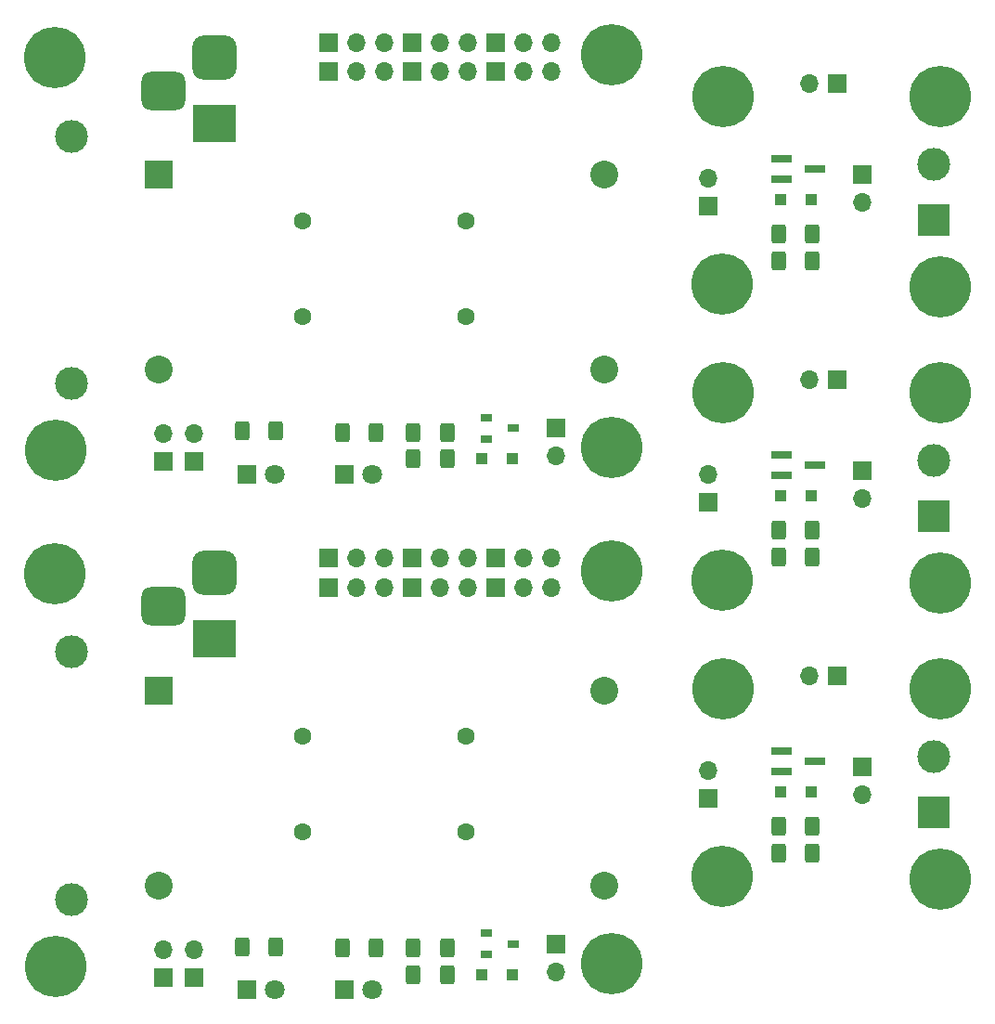
<source format=gts>
%MOIN*%
%OFA0B0*%
%FSLAX46Y46*%
%IPPOS*%
%LPD*%
%AMRoundRect*
4,1,4,
0.07874015748031496,0.11811023622047245,
0.15748031496062992,0.19685039370078741,
0.23622047244094491,0.27559055118110237,
0.31496062992125984,0.35433070866141736,
0.07874015748031496,0.11811023622047245,
0*
1,1,$1,$2,$3*
1,1,$1,$2,$3*
1,1,$1,$2,$3*
1,1,$1,$2,$3*
20,1,$1,$2,$3,$4,$5,0*
20,1,$1,$2,$3,$4,$5,0*
20,1,$1,$2,$3,$4,$5,0*
20,1,$1,$2,$3,$4,$5,0*%
%AMCOMP155*
4,1,3,
0.015748031496062995,0.024606299212598427,
-0.015748031496062995,0.024606299212598427,
-0.015748031496062995,-0.024606299212598427,
0.015748031496062995,-0.024606299212598427,
0*
4,1,19,
0.015748031496062995,0.034448818897637797,
0.018789537346210115,0.033967091695818442,
0.02153331941232749,0.032569064905265233,
0.0237107971887298,0.030391587128862928,
0.025108823979283011,0.027647805062745546,
0.025590551181102365,0.024606299212598427,
0.025108823979283011,0.021564793362451307,
0.0237107971887298,0.018821011296333928,
0.021533319412327497,0.016643533519931621,
0.018789537346210115,0.015245506729378409,
0.015748031496062995,0.014763779527559057,
0.012706525645915871,0.015245506729378409,
0.009962743579798497,0.016643533519931621,
0.0077852658033961885,0.018821011296333925,
0.0063872390128429787,0.021564793362451307,
0.0059055118110236228,0.024606299212598427,
0.006387239012842977,0.027647805062745546,
0.0077852658033961868,0.030391587128862925,
0.0099627435797984918,0.032569064905265233,
0.012706525645915871,0.033967091695818442,
0*
4,1,19,
-0.015748031496062995,0.034448818897637797,
-0.012706525645915873,0.033967091695818442,
-0.0099627435797984935,0.032569064905265233,
-0.0077852658033961877,0.030391587128862928,
-0.0063872390128429787,0.027647805062745546,
-0.0059055118110236228,0.024606299212598427,
-0.006387239012842977,0.021564793362451307,
-0.0077852658033961877,0.018821011296333928,
-0.0099627435797984918,0.016643533519931621,
-0.012706525645915873,0.015245506729378409,
-0.015748031496062992,0.014763779527559057,
-0.018789537346210118,0.015245506729378409,
-0.02153331941232749,0.016643533519931621,
-0.0237107971887298,0.018821011296333925,
-0.025108823979283011,0.021564793362451307,
-0.025590551181102365,0.024606299212598427,
-0.025108823979283011,0.027647805062745546,
-0.0237107971887298,0.030391587128862925,
-0.021533319412327497,0.032569064905265233,
-0.018789537346210118,0.033967091695818442,
0*
4,1,19,
-0.015748031496062995,-0.014763779527559057,
-0.012706525645915873,-0.015245506729378409,
-0.0099627435797984935,-0.016643533519931621,
-0.0077852658033961877,-0.018821011296333928,
-0.0063872390128429787,-0.021564793362451307,
-0.0059055118110236228,-0.024606299212598427,
-0.006387239012842977,-0.027647805062745546,
-0.0077852658033961877,-0.030391587128862925,
-0.0099627435797984918,-0.032569064905265233,
-0.012706525645915873,-0.033967091695818442,
-0.015748031496062992,-0.034448818897637797,
-0.018789537346210118,-0.033967091695818442,
-0.02153331941232749,-0.032569064905265233,
-0.0237107971887298,-0.030391587128862928,
-0.025108823979283011,-0.027647805062745546,
-0.025590551181102365,-0.024606299212598427,
-0.025108823979283011,-0.021564793362451307,
-0.0237107971887298,-0.018821011296333928,
-0.021533319412327497,-0.016643533519931621,
-0.018789537346210118,-0.015245506729378409,
0*
4,1,19,
0.015748031496062995,-0.014763779527559057,
0.018789537346210115,-0.015245506729378409,
0.02153331941232749,-0.016643533519931621,
0.0237107971887298,-0.018821011296333928,
0.025108823979283011,-0.021564793362451307,
0.025590551181102365,-0.024606299212598427,
0.025108823979283011,-0.027647805062745546,
0.0237107971887298,-0.030391587128862925,
0.021533319412327497,-0.032569064905265233,
0.018789537346210115,-0.033967091695818442,
0.015748031496062995,-0.034448818897637797,
0.012706525645915871,-0.033967091695818442,
0.009962743579798497,-0.032569064905265233,
0.0077852658033961885,-0.030391587128862928,
0.0063872390128429787,-0.027647805062745546,
0.0059055118110236228,-0.024606299212598427,
0.006387239012842977,-0.021564793362451307,
0.0077852658033961868,-0.018821011296333928,
0.0099627435797984918,-0.016643533519931621,
0.012706525645915871,-0.015245506729378409,
0*
4,1,3,
0.015748031496062995,0.034448818897637797,
0.015748031496062995,0.014763779527559057,
-0.015748031496062995,0.014763779527559057,
-0.015748031496062995,0.034448818897637797,
0*
4,1,3,
-0.025590551181102365,0.024606299212598427,
-0.0059055118110236228,0.024606299212598427,
-0.0059055118110236228,-0.024606299212598427,
-0.025590551181102365,-0.024606299212598427,
0*
4,1,3,
-0.015748031496062995,-0.034448818897637797,
-0.015748031496062995,-0.014763779527559057,
0.015748031496062995,-0.014763779527559057,
0.015748031496062995,-0.034448818897637797,
0*
4,1,3,
0.025590551181102365,-0.024606299212598427,
0.0059055118110236228,-0.024606299212598427,
0.0059055118110236228,0.024606299212598427,
0.025590551181102365,0.024606299212598427,
0*%
%AMCOMP156*
4,1,3,
-0.015748031496062995,-0.024606299212598427,
0.015748031496062995,-0.024606299212598427,
0.015748031496062995,0.024606299212598427,
-0.015748031496062995,0.024606299212598427,
0*
4,1,19,
-0.015748031496062995,-0.014763779527559057,
-0.012706525645915873,-0.015245506729378409,
-0.0099627435797984935,-0.016643533519931621,
-0.0077852658033961877,-0.018821011296333928,
-0.0063872390128429787,-0.021564793362451307,
-0.0059055118110236228,-0.024606299212598427,
-0.006387239012842977,-0.027647805062745546,
-0.0077852658033961877,-0.030391587128862925,
-0.0099627435797984918,-0.032569064905265233,
-0.012706525645915873,-0.033967091695818442,
-0.015748031496062992,-0.034448818897637797,
-0.018789537346210118,-0.033967091695818442,
-0.02153331941232749,-0.032569064905265233,
-0.0237107971887298,-0.030391587128862928,
-0.025108823979283011,-0.027647805062745546,
-0.025590551181102365,-0.024606299212598427,
-0.025108823979283011,-0.021564793362451307,
-0.0237107971887298,-0.018821011296333928,
-0.021533319412327497,-0.016643533519931621,
-0.018789537346210118,-0.015245506729378409,
0*
4,1,19,
0.015748031496062995,-0.014763779527559057,
0.018789537346210115,-0.015245506729378409,
0.02153331941232749,-0.016643533519931621,
0.0237107971887298,-0.018821011296333928,
0.025108823979283011,-0.021564793362451307,
0.025590551181102365,-0.024606299212598427,
0.025108823979283011,-0.027647805062745546,
0.0237107971887298,-0.030391587128862925,
0.021533319412327497,-0.032569064905265233,
0.018789537346210115,-0.033967091695818442,
0.015748031496062995,-0.034448818897637797,
0.012706525645915871,-0.033967091695818442,
0.009962743579798497,-0.032569064905265233,
0.0077852658033961885,-0.030391587128862928,
0.0063872390128429787,-0.027647805062745546,
0.0059055118110236228,-0.024606299212598427,
0.006387239012842977,-0.021564793362451307,
0.0077852658033961868,-0.018821011296333928,
0.0099627435797984918,-0.016643533519931621,
0.012706525645915871,-0.015245506729378409,
0*
4,1,19,
0.015748031496062995,0.034448818897637797,
0.018789537346210115,0.033967091695818442,
0.02153331941232749,0.032569064905265233,
0.0237107971887298,0.030391587128862928,
0.025108823979283011,0.027647805062745546,
0.025590551181102365,0.024606299212598427,
0.025108823979283011,0.021564793362451307,
0.0237107971887298,0.018821011296333928,
0.021533319412327497,0.016643533519931621,
0.018789537346210115,0.015245506729378409,
0.015748031496062995,0.014763779527559057,
0.012706525645915871,0.015245506729378409,
0.009962743579798497,0.016643533519931621,
0.0077852658033961885,0.018821011296333925,
0.0063872390128429787,0.021564793362451307,
0.0059055118110236228,0.024606299212598427,
0.006387239012842977,0.027647805062745546,
0.0077852658033961868,0.030391587128862925,
0.0099627435797984918,0.032569064905265233,
0.012706525645915871,0.033967091695818442,
0*
4,1,19,
-0.015748031496062995,0.034448818897637797,
-0.012706525645915873,0.033967091695818442,
-0.0099627435797984935,0.032569064905265233,
-0.0077852658033961877,0.030391587128862928,
-0.0063872390128429787,0.027647805062745546,
-0.0059055118110236228,0.024606299212598427,
-0.006387239012842977,0.021564793362451307,
-0.0077852658033961877,0.018821011296333928,
-0.0099627435797984918,0.016643533519931621,
-0.012706525645915873,0.015245506729378409,
-0.015748031496062992,0.014763779527559057,
-0.018789537346210118,0.015245506729378409,
-0.02153331941232749,0.016643533519931621,
-0.0237107971887298,0.018821011296333925,
-0.025108823979283011,0.021564793362451307,
-0.025590551181102365,0.024606299212598427,
-0.025108823979283011,0.027647805062745546,
-0.0237107971887298,0.030391587128862925,
-0.021533319412327497,0.032569064905265233,
-0.018789537346210118,0.033967091695818442,
0*
4,1,3,
-0.015748031496062995,-0.034448818897637797,
-0.015748031496062995,-0.014763779527559057,
0.015748031496062995,-0.014763779527559057,
0.015748031496062995,-0.034448818897637797,
0*
4,1,3,
0.025590551181102365,-0.024606299212598427,
0.0059055118110236228,-0.024606299212598427,
0.0059055118110236228,0.024606299212598427,
0.025590551181102365,0.024606299212598427,
0*
4,1,3,
0.015748031496062995,0.034448818897637797,
0.015748031496062995,0.014763779527559057,
-0.015748031496062995,0.014763779527559057,
-0.015748031496062995,0.034448818897637797,
0*
4,1,3,
-0.025590551181102365,0.024606299212598427,
-0.0059055118110236228,0.024606299212598427,
-0.0059055118110236228,-0.024606299212598427,
-0.025590551181102365,-0.024606299212598427,
0*%
%AMCOMP157*
4,1,3,
-0.03937007874015748,0.03937007874015748,
-0.03937007874015748,-0.03937007874015748,
0.03937007874015748,-0.03937007874015748,
0.03937007874015748,0.03937007874015748,
0*
4,1,19,
-0.03937007874015748,0.07874015748031496,
-0.027204055339569,0.076813248673037543,
-0.016228927075099483,0.0712211415108247,
-0.0075190159694902585,0.062511230405215487,
-0.0019269088072774202,0.051536102140745964,
0,0.03937007874015748,
-0.0019269088072774157,0.027204055339569003,
-0.0075190159694902585,0.01622892707509949,
-0.016228927075099479,0.0075190159694902628,
-0.027204055339569,0.0019269088072774202,
-0.03937007874015748,0,
-0.051536102140745978,0.0019269088072774202,
-0.062511230405215473,0.0075190159694902541,
-0.0712211415108247,0.016228927075099479,
-0.076813248673037543,0.027204055339568996,
-0.07874015748031496,0.039370078740157473,
-0.076813248673037543,0.051536102140745957,
-0.0712211415108247,0.062511230405215473,
-0.062511230405215487,0.0712211415108247,
-0.051536102140745978,0.076813248673037543,
0*
4,1,19,
-0.03937007874015748,0,
-0.027204055339569,-0.0019269088072774202,
-0.016228927075099483,-0.0075190159694902585,
-0.0075190159694902585,-0.016228927075099483,
-0.0019269088072774202,-0.027204055339569,
0,-0.03937007874015748,
-0.0019269088072774157,-0.051536102140745964,
-0.0075190159694902585,-0.062511230405215473,
-0.016228927075099479,-0.0712211415108247,
-0.027204055339569,-0.076813248673037543,
-0.03937007874015748,-0.07874015748031496,
-0.051536102140745978,-0.076813248673037543,
-0.062511230405215473,-0.0712211415108247,
-0.0712211415108247,-0.062511230405215487,
-0.076813248673037543,-0.051536102140745964,
-0.07874015748031496,-0.039370078740157494,
-0.076813248673037543,-0.02720405533956901,
-0.0712211415108247,-0.016228927075099493,
-0.062511230405215487,-0.0075190159694902628,
-0.051536102140745978,-0.0019269088072774202,
0*
4,1,19,
0.03937007874015748,0,
0.051536102140745964,-0.0019269088072774202,
0.062511230405215487,-0.0075190159694902585,
0.0712211415108247,-0.016228927075099483,
0.076813248673037543,-0.027204055339569,
0.07874015748031496,-0.03937007874015748,
0.076813248673037543,-0.051536102140745964,
0.0712211415108247,-0.062511230405215473,
0.062511230405215487,-0.0712211415108247,
0.051536102140745964,-0.076813248673037543,
0.039370078740157494,-0.07874015748031496,
0.027204055339568992,-0.076813248673037543,
0.01622892707509949,-0.0712211415108247,
0.0075190159694902628,-0.062511230405215487,
0.0019269088072774202,-0.051536102140745964,
0,-0.039370078740157494,
0.0019269088072774157,-0.02720405533956901,
0.0075190159694902541,-0.016228927075099493,
0.016228927075099476,-0.0075190159694902628,
0.027204055339568992,-0.0019269088072774202,
0*
4,1,19,
0.03937007874015748,0.07874015748031496,
0.051536102140745964,0.076813248673037543,
0.062511230405215487,0.0712211415108247,
0.0712211415108247,0.062511230405215487,
0.076813248673037543,0.051536102140745964,
0.07874015748031496,0.03937007874015748,
0.076813248673037543,0.027204055339569003,
0.0712211415108247,0.01622892707509949,
0.062511230405215487,0.0075190159694902628,
0.051536102140745964,0.0019269088072774202,
0.039370078740157494,0,
0.027204055339568992,0.0019269088072774202,
0.01622892707509949,0.0075190159694902541,
0.0075190159694902628,0.016228927075099479,
0.0019269088072774202,0.027204055339568996,
0,0.039370078740157473,
0.0019269088072774157,0.051536102140745957,
0.0075190159694902541,0.062511230405215473,
0.016228927075099476,0.0712211415108247,
0.027204055339568992,0.076813248673037543,
0*
4,1,3,
-0.07874015748031496,0.03937007874015748,
0,0.03937007874015748,
0,-0.03937007874015748,
-0.07874015748031496,-0.03937007874015748,
0*
4,1,3,
-0.03937007874015748,-0.07874015748031496,
-0.03937007874015748,0,
0.03937007874015748,0,
0.03937007874015748,-0.07874015748031496,
0*
4,1,3,
0.07874015748031496,-0.03937007874015748,
0,-0.03937007874015748,
0,0.03937007874015748,
0.07874015748031496,0.03937007874015748,
0*
4,1,3,
0.03937007874015748,0.07874015748031496,
0.03937007874015748,0,
-0.03937007874015748,0,
-0.03937007874015748,0.07874015748031496,
0*%
%AMCOMP158*
4,1,3,
-0.04429133858267717,0.034448818897637797,
-0.04429133858267717,-0.034448818897637797,
0.04429133858267717,-0.034448818897637797,
0.04429133858267717,0.034448818897637797,
0*
4,1,19,
-0.04429133858267717,0.068897637795275593,
-0.033646068107162252,0.067211592588907854,
-0.02404283087575142,0.062318498821971623,
-0.016421658658343347,0.054697326604563543,
-0.011528564891407115,0.045094089373152721,
-0.00984251968503937,0.034448818897637797,
-0.011528564891407109,0.023803548422122879,
-0.016421658658343347,0.014200311190712054,
-0.024042830875751417,0.00657913897330398,
-0.033646068107162239,0.0016860452063677432,
-0.04429133858267717,0,
-0.054936609058192094,0.0016860452063677432,
-0.064539846289602909,0.0065791389733039713,
-0.072161018507010982,0.014200311190712045,
-0.07705411227394722,0.023803548422122869,
-0.07874015748031496,0.03444881889763779,
-0.07705411227394722,0.045094089373152707,
-0.072161018507011,0.054697326604563536,
-0.064539846289602923,0.062318498821971616,
-0.054936609058192094,0.067211592588907854,
0*
4,1,19,
-0.04429133858267717,0,
-0.033646068107162252,-0.0016860452063677432,
-0.02404283087575142,-0.0065791389733039756,
-0.016421658658343347,-0.014200311190712049,
-0.011528564891407115,-0.023803548422122876,
-0.00984251968503937,-0.034448818897637797,
-0.011528564891407109,-0.045094089373152714,
-0.016421658658343347,-0.054697326604563536,
-0.024042830875751417,-0.062318498821971616,
-0.033646068107162239,-0.067211592588907854,
-0.04429133858267717,-0.068897637795275593,
-0.054936609058192094,-0.067211592588907854,
-0.064539846289602909,-0.062318498821971623,
-0.072161018507010982,-0.054697326604563556,
-0.07705411227394722,-0.045094089373152721,
-0.07874015748031496,-0.0344488188976378,
-0.07705411227394722,-0.023803548422122883,
-0.072161018507011,-0.014200311190712057,
-0.064539846289602923,-0.00657913897330398,
-0.054936609058192094,-0.0016860452063677432,
0*
4,1,19,
0.04429133858267717,0,
0.054936609058192087,-0.0016860452063677432,
0.064539846289602909,-0.0065791389733039756,
0.072161018507011,-0.014200311190712049,
0.07705411227394722,-0.023803548422122876,
0.07874015748031496,-0.034448818897637797,
0.07705411227394722,-0.045094089373152714,
0.072161018507011,-0.054697326604563536,
0.064539846289602923,-0.062318498821971616,
0.054936609058192094,-0.067211592588907854,
0.04429133858267717,-0.068897637795275593,
0.033646068107162239,-0.067211592588907854,
0.024042830875751424,-0.062318498821971623,
0.016421658658343351,-0.054697326604563556,
0.011528564891407115,-0.045094089373152721,
0.00984251968503937,-0.0344488188976378,
0.011528564891407109,-0.023803548422122883,
0.016421658658343344,-0.014200311190712057,
0.02404283087575141,-0.00657913897330398,
0.033646068107162239,-0.0016860452063677432,
0*
4,1,19,
0.04429133858267717,0.068897637795275593,
0.054936609058192087,0.067211592588907854,
0.064539846289602909,0.062318498821971623,
0.072161018507011,0.054697326604563543,
0.07705411227394722,0.045094089373152721,
0.07874015748031496,0.034448818897637797,
0.07705411227394722,0.023803548422122879,
0.072161018507011,0.014200311190712054,
0.064539846289602923,0.00657913897330398,
0.054936609058192094,0.0016860452063677432,
0.04429133858267717,0,
0.033646068107162239,0.0016860452063677432,
0.024042830875751424,0.0065791389733039713,
0.016421658658343351,0.014200311190712045,
0.011528564891407115,0.023803548422122869,
0.00984251968503937,0.03444881889763779,
0.011528564891407109,0.045094089373152707,
0.016421658658343344,0.054697326604563536,
0.02404283087575141,0.062318498821971616,
0.033646068107162239,0.067211592588907854,
0*
4,1,3,
-0.07874015748031496,0.034448818897637797,
-0.00984251968503937,0.034448818897637797,
-0.00984251968503937,-0.034448818897637797,
-0.07874015748031496,-0.034448818897637797,
0*
4,1,3,
-0.04429133858267717,-0.068897637795275593,
-0.04429133858267717,0,
0.04429133858267717,0,
0.04429133858267717,-0.068897637795275593,
0*
4,1,3,
0.07874015748031496,-0.034448818897637797,
0.00984251968503937,-0.034448818897637797,
0.00984251968503937,0.034448818897637797,
0.07874015748031496,0.034448818897637797,
0*
4,1,3,
0.04429133858267717,0.068897637795275593,
0.04429133858267717,0,
-0.04429133858267717,0,
-0.04429133858267717,0.068897637795275593,
0*%
%AMRoundRect0*
4,1,4,
0.07874015748031496,0.11811023622047245,
0.15748031496062992,0.19685039370078741,
0.23622047244094491,0.27559055118110237,
0.31496062992125984,0.35433070866141736,
0.07874015748031496,0.11811023622047245,
0*
1,1,$1,$2,$3*
1,1,$1,$2,$3*
1,1,$1,$2,$3*
1,1,$1,$2,$3*
20,1,$1,$2,$3,$4,$5,0*
20,1,$1,$2,$3,$4,$5,0*
20,1,$1,$2,$3,$4,$5,0*
20,1,$1,$2,$3,$4,$5,0*%
%AMCOMP1710*
4,1,3,
0.015748031496062995,0.024606299212598427,
-0.015748031496062995,0.024606299212598427,
-0.015748031496062995,-0.024606299212598427,
0.015748031496062995,-0.024606299212598427,
0*
4,1,19,
0.015748031496062995,0.034448818897637797,
0.018789537346210115,0.033967091695818442,
0.02153331941232749,0.032569064905265233,
0.0237107971887298,0.030391587128862928,
0.025108823979283011,0.027647805062745546,
0.025590551181102365,0.024606299212598427,
0.025108823979283011,0.021564793362451307,
0.0237107971887298,0.018821011296333928,
0.021533319412327497,0.016643533519931621,
0.018789537346210115,0.015245506729378409,
0.015748031496062995,0.014763779527559057,
0.012706525645915871,0.015245506729378409,
0.009962743579798497,0.016643533519931621,
0.0077852658033961885,0.018821011296333925,
0.0063872390128429787,0.021564793362451307,
0.0059055118110236228,0.024606299212598427,
0.006387239012842977,0.027647805062745546,
0.0077852658033961868,0.030391587128862925,
0.0099627435797984918,0.032569064905265233,
0.012706525645915871,0.033967091695818442,
0*
4,1,19,
-0.015748031496062995,0.034448818897637797,
-0.012706525645915873,0.033967091695818442,
-0.0099627435797984935,0.032569064905265233,
-0.0077852658033961877,0.030391587128862928,
-0.0063872390128429787,0.027647805062745546,
-0.0059055118110236228,0.024606299212598427,
-0.006387239012842977,0.021564793362451307,
-0.0077852658033961877,0.018821011296333928,
-0.0099627435797984918,0.016643533519931621,
-0.012706525645915873,0.015245506729378409,
-0.015748031496062992,0.014763779527559057,
-0.018789537346210118,0.015245506729378409,
-0.02153331941232749,0.016643533519931621,
-0.0237107971887298,0.018821011296333925,
-0.025108823979283011,0.021564793362451307,
-0.025590551181102365,0.024606299212598427,
-0.025108823979283011,0.027647805062745546,
-0.0237107971887298,0.030391587128862925,
-0.021533319412327497,0.032569064905265233,
-0.018789537346210118,0.033967091695818442,
0*
4,1,19,
-0.015748031496062995,-0.014763779527559057,
-0.012706525645915873,-0.015245506729378409,
-0.0099627435797984935,-0.016643533519931621,
-0.0077852658033961877,-0.018821011296333928,
-0.0063872390128429787,-0.021564793362451307,
-0.0059055118110236228,-0.024606299212598427,
-0.006387239012842977,-0.027647805062745546,
-0.0077852658033961877,-0.030391587128862925,
-0.0099627435797984918,-0.032569064905265233,
-0.012706525645915873,-0.033967091695818442,
-0.015748031496062992,-0.034448818897637797,
-0.018789537346210118,-0.033967091695818442,
-0.02153331941232749,-0.032569064905265233,
-0.0237107971887298,-0.030391587128862928,
-0.025108823979283011,-0.027647805062745546,
-0.025590551181102365,-0.024606299212598427,
-0.025108823979283011,-0.021564793362451307,
-0.0237107971887298,-0.018821011296333928,
-0.021533319412327497,-0.016643533519931621,
-0.018789537346210118,-0.015245506729378409,
0*
4,1,19,
0.015748031496062995,-0.014763779527559057,
0.018789537346210115,-0.015245506729378409,
0.02153331941232749,-0.016643533519931621,
0.0237107971887298,-0.018821011296333928,
0.025108823979283011,-0.021564793362451307,
0.025590551181102365,-0.024606299212598427,
0.025108823979283011,-0.027647805062745546,
0.0237107971887298,-0.030391587128862925,
0.021533319412327497,-0.032569064905265233,
0.018789537346210115,-0.033967091695818442,
0.015748031496062995,-0.034448818897637797,
0.012706525645915871,-0.033967091695818442,
0.009962743579798497,-0.032569064905265233,
0.0077852658033961885,-0.030391587128862928,
0.0063872390128429787,-0.027647805062745546,
0.0059055118110236228,-0.024606299212598427,
0.006387239012842977,-0.021564793362451307,
0.0077852658033961868,-0.018821011296333928,
0.0099627435797984918,-0.016643533519931621,
0.012706525645915871,-0.015245506729378409,
0*
4,1,3,
0.015748031496062995,0.034448818897637797,
0.015748031496062995,0.014763779527559057,
-0.015748031496062995,0.014763779527559057,
-0.015748031496062995,0.034448818897637797,
0*
4,1,3,
-0.025590551181102365,0.024606299212598427,
-0.0059055118110236228,0.024606299212598427,
-0.0059055118110236228,-0.024606299212598427,
-0.025590551181102365,-0.024606299212598427,
0*
4,1,3,
-0.015748031496062995,-0.034448818897637797,
-0.015748031496062995,-0.014763779527559057,
0.015748031496062995,-0.014763779527559057,
0.015748031496062995,-0.034448818897637797,
0*
4,1,3,
0.025590551181102365,-0.024606299212598427,
0.0059055118110236228,-0.024606299212598427,
0.0059055118110236228,0.024606299212598427,
0.025590551181102365,0.024606299212598427,
0*%
%AMCOMP1720*
4,1,3,
-0.015748031496062995,-0.024606299212598427,
0.015748031496062995,-0.024606299212598427,
0.015748031496062995,0.024606299212598427,
-0.015748031496062995,0.024606299212598427,
0*
4,1,19,
-0.015748031496062995,-0.014763779527559057,
-0.012706525645915873,-0.015245506729378409,
-0.0099627435797984935,-0.016643533519931621,
-0.0077852658033961877,-0.018821011296333928,
-0.0063872390128429787,-0.021564793362451307,
-0.0059055118110236228,-0.024606299212598427,
-0.006387239012842977,-0.027647805062745546,
-0.0077852658033961877,-0.030391587128862925,
-0.0099627435797984918,-0.032569064905265233,
-0.012706525645915873,-0.033967091695818442,
-0.015748031496062992,-0.034448818897637797,
-0.018789537346210118,-0.033967091695818442,
-0.02153331941232749,-0.032569064905265233,
-0.0237107971887298,-0.030391587128862928,
-0.025108823979283011,-0.027647805062745546,
-0.025590551181102365,-0.024606299212598427,
-0.025108823979283011,-0.021564793362451307,
-0.0237107971887298,-0.018821011296333928,
-0.021533319412327497,-0.016643533519931621,
-0.018789537346210118,-0.015245506729378409,
0*
4,1,19,
0.015748031496062995,-0.014763779527559057,
0.018789537346210115,-0.015245506729378409,
0.02153331941232749,-0.016643533519931621,
0.0237107971887298,-0.018821011296333928,
0.025108823979283011,-0.021564793362451307,
0.025590551181102365,-0.024606299212598427,
0.025108823979283011,-0.027647805062745546,
0.0237107971887298,-0.030391587128862925,
0.021533319412327497,-0.032569064905265233,
0.018789537346210115,-0.033967091695818442,
0.015748031496062995,-0.034448818897637797,
0.012706525645915871,-0.033967091695818442,
0.009962743579798497,-0.032569064905265233,
0.0077852658033961885,-0.030391587128862928,
0.0063872390128429787,-0.027647805062745546,
0.0059055118110236228,-0.024606299212598427,
0.006387239012842977,-0.021564793362451307,
0.0077852658033961868,-0.018821011296333928,
0.0099627435797984918,-0.016643533519931621,
0.012706525645915871,-0.015245506729378409,
0*
4,1,19,
0.015748031496062995,0.034448818897637797,
0.018789537346210115,0.033967091695818442,
0.02153331941232749,0.032569064905265233,
0.0237107971887298,0.030391587128862928,
0.025108823979283011,0.027647805062745546,
0.025590551181102365,0.024606299212598427,
0.025108823979283011,0.021564793362451307,
0.0237107971887298,0.018821011296333928,
0.021533319412327497,0.016643533519931621,
0.018789537346210115,0.015245506729378409,
0.015748031496062995,0.014763779527559057,
0.012706525645915871,0.015245506729378409,
0.009962743579798497,0.016643533519931621,
0.0077852658033961885,0.018821011296333925,
0.0063872390128429787,0.021564793362451307,
0.0059055118110236228,0.024606299212598427,
0.006387239012842977,0.027647805062745546,
0.0077852658033961868,0.030391587128862925,
0.0099627435797984918,0.032569064905265233,
0.012706525645915871,0.033967091695818442,
0*
4,1,19,
-0.015748031496062995,0.034448818897637797,
-0.012706525645915873,0.033967091695818442,
-0.0099627435797984935,0.032569064905265233,
-0.0077852658033961877,0.030391587128862928,
-0.0063872390128429787,0.027647805062745546,
-0.0059055118110236228,0.024606299212598427,
-0.006387239012842977,0.021564793362451307,
-0.0077852658033961877,0.018821011296333928,
-0.0099627435797984918,0.016643533519931621,
-0.012706525645915873,0.015245506729378409,
-0.015748031496062992,0.014763779527559057,
-0.018789537346210118,0.015245506729378409,
-0.02153331941232749,0.016643533519931621,
-0.0237107971887298,0.018821011296333925,
-0.025108823979283011,0.021564793362451307,
-0.025590551181102365,0.024606299212598427,
-0.025108823979283011,0.027647805062745546,
-0.0237107971887298,0.030391587128862925,
-0.021533319412327497,0.032569064905265233,
-0.018789537346210118,0.033967091695818442,
0*
4,1,3,
-0.015748031496062995,-0.034448818897637797,
-0.015748031496062995,-0.014763779527559057,
0.015748031496062995,-0.014763779527559057,
0.015748031496062995,-0.034448818897637797,
0*
4,1,3,
0.025590551181102365,-0.024606299212598427,
0.0059055118110236228,-0.024606299212598427,
0.0059055118110236228,0.024606299212598427,
0.025590551181102365,0.024606299212598427,
0*
4,1,3,
0.015748031496062995,0.034448818897637797,
0.015748031496062995,0.014763779527559057,
-0.015748031496062995,0.014763779527559057,
-0.015748031496062995,0.034448818897637797,
0*
4,1,3,
-0.025590551181102365,0.024606299212598427,
-0.0059055118110236228,0.024606299212598427,
-0.0059055118110236228,-0.024606299212598427,
-0.025590551181102365,-0.024606299212598427,
0*%
%AMCOMP1730*
4,1,3,
-0.03937007874015748,0.03937007874015748,
-0.03937007874015748,-0.03937007874015748,
0.03937007874015748,-0.03937007874015748,
0.03937007874015748,0.03937007874015748,
0*
4,1,19,
-0.03937007874015748,0.07874015748031496,
-0.027204055339569,0.076813248673037543,
-0.016228927075099483,0.0712211415108247,
-0.0075190159694902585,0.062511230405215487,
-0.0019269088072774202,0.051536102140745964,
0,0.03937007874015748,
-0.0019269088072774157,0.027204055339569003,
-0.0075190159694902585,0.01622892707509949,
-0.016228927075099479,0.0075190159694902628,
-0.027204055339569,0.0019269088072774202,
-0.03937007874015748,0,
-0.051536102140745978,0.0019269088072774202,
-0.062511230405215473,0.0075190159694902541,
-0.0712211415108247,0.016228927075099479,
-0.076813248673037543,0.027204055339568996,
-0.07874015748031496,0.039370078740157473,
-0.076813248673037543,0.051536102140745957,
-0.0712211415108247,0.062511230405215473,
-0.062511230405215487,0.0712211415108247,
-0.051536102140745978,0.076813248673037543,
0*
4,1,19,
-0.03937007874015748,0,
-0.027204055339569,-0.0019269088072774202,
-0.016228927075099483,-0.0075190159694902585,
-0.0075190159694902585,-0.016228927075099483,
-0.0019269088072774202,-0.027204055339569,
0,-0.03937007874015748,
-0.0019269088072774157,-0.051536102140745964,
-0.0075190159694902585,-0.062511230405215473,
-0.016228927075099479,-0.0712211415108247,
-0.027204055339569,-0.076813248673037543,
-0.03937007874015748,-0.07874015748031496,
-0.051536102140745978,-0.076813248673037543,
-0.062511230405215473,-0.0712211415108247,
-0.0712211415108247,-0.062511230405215487,
-0.076813248673037543,-0.051536102140745964,
-0.07874015748031496,-0.039370078740157494,
-0.076813248673037543,-0.02720405533956901,
-0.0712211415108247,-0.016228927075099493,
-0.062511230405215487,-0.0075190159694902628,
-0.051536102140745978,-0.0019269088072774202,
0*
4,1,19,
0.03937007874015748,0,
0.051536102140745964,-0.0019269088072774202,
0.062511230405215487,-0.0075190159694902585,
0.0712211415108247,-0.016228927075099483,
0.076813248673037543,-0.027204055339569,
0.07874015748031496,-0.03937007874015748,
0.076813248673037543,-0.051536102140745964,
0.0712211415108247,-0.062511230405215473,
0.062511230405215487,-0.0712211415108247,
0.051536102140745964,-0.076813248673037543,
0.039370078740157494,-0.07874015748031496,
0.027204055339568992,-0.076813248673037543,
0.01622892707509949,-0.0712211415108247,
0.0075190159694902628,-0.062511230405215487,
0.0019269088072774202,-0.051536102140745964,
0,-0.039370078740157494,
0.0019269088072774157,-0.02720405533956901,
0.0075190159694902541,-0.016228927075099493,
0.016228927075099476,-0.0075190159694902628,
0.027204055339568992,-0.0019269088072774202,
0*
4,1,19,
0.03937007874015748,0.07874015748031496,
0.051536102140745964,0.076813248673037543,
0.062511230405215487,0.0712211415108247,
0.0712211415108247,0.062511230405215487,
0.076813248673037543,0.051536102140745964,
0.07874015748031496,0.03937007874015748,
0.076813248673037543,0.027204055339569003,
0.0712211415108247,0.01622892707509949,
0.062511230405215487,0.0075190159694902628,
0.051536102140745964,0.0019269088072774202,
0.039370078740157494,0,
0.027204055339568992,0.0019269088072774202,
0.01622892707509949,0.0075190159694902541,
0.0075190159694902628,0.016228927075099479,
0.0019269088072774202,0.027204055339568996,
0,0.039370078740157473,
0.0019269088072774157,0.051536102140745957,
0.0075190159694902541,0.062511230405215473,
0.016228927075099476,0.0712211415108247,
0.027204055339568992,0.076813248673037543,
0*
4,1,3,
-0.07874015748031496,0.03937007874015748,
0,0.03937007874015748,
0,-0.03937007874015748,
-0.07874015748031496,-0.03937007874015748,
0*
4,1,3,
-0.03937007874015748,-0.07874015748031496,
-0.03937007874015748,0,
0.03937007874015748,0,
0.03937007874015748,-0.07874015748031496,
0*
4,1,3,
0.07874015748031496,-0.03937007874015748,
0,-0.03937007874015748,
0,0.03937007874015748,
0.07874015748031496,0.03937007874015748,
0*
4,1,3,
0.03937007874015748,0.07874015748031496,
0.03937007874015748,0,
-0.03937007874015748,0,
-0.03937007874015748,0.07874015748031496,
0*%
%AMCOMP1740*
4,1,3,
-0.04429133858267717,0.034448818897637797,
-0.04429133858267717,-0.034448818897637797,
0.04429133858267717,-0.034448818897637797,
0.04429133858267717,0.034448818897637797,
0*
4,1,19,
-0.04429133858267717,0.068897637795275593,
-0.033646068107162252,0.067211592588907854,
-0.02404283087575142,0.062318498821971623,
-0.016421658658343347,0.054697326604563543,
-0.011528564891407115,0.045094089373152721,
-0.00984251968503937,0.034448818897637797,
-0.011528564891407109,0.023803548422122879,
-0.016421658658343347,0.014200311190712054,
-0.024042830875751417,0.00657913897330398,
-0.033646068107162239,0.0016860452063677432,
-0.04429133858267717,0,
-0.054936609058192094,0.0016860452063677432,
-0.064539846289602909,0.0065791389733039713,
-0.072161018507010982,0.014200311190712045,
-0.07705411227394722,0.023803548422122869,
-0.07874015748031496,0.03444881889763779,
-0.07705411227394722,0.045094089373152707,
-0.072161018507011,0.054697326604563536,
-0.064539846289602923,0.062318498821971616,
-0.054936609058192094,0.067211592588907854,
0*
4,1,19,
-0.04429133858267717,0,
-0.033646068107162252,-0.0016860452063677432,
-0.02404283087575142,-0.0065791389733039756,
-0.016421658658343347,-0.014200311190712049,
-0.011528564891407115,-0.023803548422122876,
-0.00984251968503937,-0.034448818897637797,
-0.011528564891407109,-0.045094089373152714,
-0.016421658658343347,-0.054697326604563536,
-0.024042830875751417,-0.062318498821971616,
-0.033646068107162239,-0.067211592588907854,
-0.04429133858267717,-0.068897637795275593,
-0.054936609058192094,-0.067211592588907854,
-0.064539846289602909,-0.062318498821971623,
-0.072161018507010982,-0.054697326604563556,
-0.07705411227394722,-0.045094089373152721,
-0.07874015748031496,-0.0344488188976378,
-0.07705411227394722,-0.023803548422122883,
-0.072161018507011,-0.014200311190712057,
-0.064539846289602923,-0.00657913897330398,
-0.054936609058192094,-0.0016860452063677432,
0*
4,1,19,
0.04429133858267717,0,
0.054936609058192087,-0.0016860452063677432,
0.064539846289602909,-0.0065791389733039756,
0.072161018507011,-0.014200311190712049,
0.07705411227394722,-0.023803548422122876,
0.07874015748031496,-0.034448818897637797,
0.07705411227394722,-0.045094089373152714,
0.072161018507011,-0.054697326604563536,
0.064539846289602923,-0.062318498821971616,
0.054936609058192094,-0.067211592588907854,
0.04429133858267717,-0.068897637795275593,
0.033646068107162239,-0.067211592588907854,
0.024042830875751424,-0.062318498821971623,
0.016421658658343351,-0.054697326604563556,
0.011528564891407115,-0.045094089373152721,
0.00984251968503937,-0.0344488188976378,
0.011528564891407109,-0.023803548422122883,
0.016421658658343344,-0.014200311190712057,
0.02404283087575141,-0.00657913897330398,
0.033646068107162239,-0.0016860452063677432,
0*
4,1,19,
0.04429133858267717,0.068897637795275593,
0.054936609058192087,0.067211592588907854,
0.064539846289602909,0.062318498821971623,
0.072161018507011,0.054697326604563543,
0.07705411227394722,0.045094089373152721,
0.07874015748031496,0.034448818897637797,
0.07705411227394722,0.023803548422122879,
0.072161018507011,0.014200311190712054,
0.064539846289602923,0.00657913897330398,
0.054936609058192094,0.0016860452063677432,
0.04429133858267717,0,
0.033646068107162239,0.0016860452063677432,
0.024042830875751424,0.0065791389733039713,
0.016421658658343351,0.014200311190712045,
0.011528564891407115,0.023803548422122869,
0.00984251968503937,0.03444881889763779,
0.011528564891407109,0.045094089373152707,
0.016421658658343344,0.054697326604563536,
0.02404283087575141,0.062318498821971616,
0.033646068107162239,0.067211592588907854,
0*
4,1,3,
-0.07874015748031496,0.034448818897637797,
-0.00984251968503937,0.034448818897637797,
-0.00984251968503937,-0.034448818897637797,
-0.07874015748031496,-0.034448818897637797,
0*
4,1,3,
-0.04429133858267717,-0.068897637795275593,
-0.04429133858267717,0,
0.04429133858267717,0,
0.04429133858267717,-0.068897637795275593,
0*
4,1,3,
0.07874015748031496,-0.034448818897637797,
0.00984251968503937,-0.034448818897637797,
0.00984251968503937,0.034448818897637797,
0.07874015748031496,0.034448818897637797,
0*
4,1,3,
0.04429133858267717,0.068897637795275593,
0.04429133858267717,0,
-0.04429133858267717,0,
-0.04429133858267717,0.068897637795275593,
0*%
%AMRoundRect1*
4,1,4,
0.07874015748031496,0.11811023622047245,
0.15748031496062992,0.19685039370078741,
0.23622047244094491,0.27559055118110237,
0.31496062992125984,0.35433070866141736,
0.07874015748031496,0.11811023622047245,
0*
1,1,$1,$2,$3*
1,1,$1,$2,$3*
1,1,$1,$2,$3*
1,1,$1,$2,$3*
20,1,$1,$2,$3,$4,$5,0*
20,1,$1,$2,$3,$4,$5,0*
20,1,$1,$2,$3,$4,$5,0*
20,1,$1,$2,$3,$4,$5,0*%
%AMCOMP1790*
4,1,3,
-0.015748031496062995,-0.024606299212598427,
0.015748031496062995,-0.024606299212598427,
0.015748031496062995,0.024606299212598427,
-0.015748031496062995,0.024606299212598427,
0*
4,1,19,
-0.015748031496062995,-0.014763779527559057,
-0.012706525645915873,-0.015245506729378409,
-0.0099627435797984935,-0.016643533519931621,
-0.0077852658033961877,-0.018821011296333928,
-0.0063872390128429787,-0.021564793362451307,
-0.0059055118110236228,-0.024606299212598427,
-0.006387239012842977,-0.027647805062745546,
-0.0077852658033961877,-0.030391587128862925,
-0.0099627435797984918,-0.032569064905265233,
-0.012706525645915873,-0.033967091695818442,
-0.015748031496062992,-0.034448818897637797,
-0.018789537346210118,-0.033967091695818442,
-0.02153331941232749,-0.032569064905265233,
-0.0237107971887298,-0.030391587128862928,
-0.025108823979283011,-0.027647805062745546,
-0.025590551181102365,-0.024606299212598427,
-0.025108823979283011,-0.021564793362451307,
-0.0237107971887298,-0.018821011296333928,
-0.021533319412327497,-0.016643533519931621,
-0.018789537346210118,-0.015245506729378409,
0*
4,1,19,
0.015748031496062995,-0.014763779527559057,
0.018789537346210115,-0.015245506729378409,
0.02153331941232749,-0.016643533519931621,
0.0237107971887298,-0.018821011296333928,
0.025108823979283011,-0.021564793362451307,
0.025590551181102365,-0.024606299212598427,
0.025108823979283011,-0.027647805062745546,
0.0237107971887298,-0.030391587128862925,
0.021533319412327497,-0.032569064905265233,
0.018789537346210115,-0.033967091695818442,
0.015748031496062995,-0.034448818897637797,
0.012706525645915871,-0.033967091695818442,
0.009962743579798497,-0.032569064905265233,
0.0077852658033961885,-0.030391587128862928,
0.0063872390128429787,-0.027647805062745546,
0.0059055118110236228,-0.024606299212598427,
0.006387239012842977,-0.021564793362451307,
0.0077852658033961868,-0.018821011296333928,
0.0099627435797984918,-0.016643533519931621,
0.012706525645915871,-0.015245506729378409,
0*
4,1,19,
0.015748031496062995,0.034448818897637797,
0.018789537346210115,0.033967091695818442,
0.02153331941232749,0.032569064905265233,
0.0237107971887298,0.030391587128862928,
0.025108823979283011,0.027647805062745546,
0.025590551181102365,0.024606299212598427,
0.025108823979283011,0.021564793362451307,
0.0237107971887298,0.018821011296333928,
0.021533319412327497,0.016643533519931621,
0.018789537346210115,0.015245506729378409,
0.015748031496062995,0.014763779527559057,
0.012706525645915871,0.015245506729378409,
0.009962743579798497,0.016643533519931621,
0.0077852658033961885,0.018821011296333925,
0.0063872390128429787,0.021564793362451307,
0.0059055118110236228,0.024606299212598427,
0.006387239012842977,0.027647805062745546,
0.0077852658033961868,0.030391587128862925,
0.0099627435797984918,0.032569064905265233,
0.012706525645915871,0.033967091695818442,
0*
4,1,19,
-0.015748031496062995,0.034448818897637797,
-0.012706525645915873,0.033967091695818442,
-0.0099627435797984935,0.032569064905265233,
-0.0077852658033961877,0.030391587128862928,
-0.0063872390128429787,0.027647805062745546,
-0.0059055118110236228,0.024606299212598427,
-0.006387239012842977,0.021564793362451307,
-0.0077852658033961877,0.018821011296333928,
-0.0099627435797984918,0.016643533519931621,
-0.012706525645915873,0.015245506729378409,
-0.015748031496062992,0.014763779527559057,
-0.018789537346210118,0.015245506729378409,
-0.02153331941232749,0.016643533519931621,
-0.0237107971887298,0.018821011296333925,
-0.025108823979283011,0.021564793362451307,
-0.025590551181102365,0.024606299212598427,
-0.025108823979283011,0.027647805062745546,
-0.0237107971887298,0.030391587128862925,
-0.021533319412327497,0.032569064905265233,
-0.018789537346210118,0.033967091695818442,
0*
4,1,3,
-0.015748031496062995,-0.034448818897637797,
-0.015748031496062995,-0.014763779527559057,
0.015748031496062995,-0.014763779527559057,
0.015748031496062995,-0.034448818897637797,
0*
4,1,3,
0.025590551181102365,-0.024606299212598427,
0.0059055118110236228,-0.024606299212598427,
0.0059055118110236228,0.024606299212598427,
0.025590551181102365,0.024606299212598427,
0*
4,1,3,
0.015748031496062995,0.034448818897637797,
0.015748031496062995,0.014763779527559057,
-0.015748031496062995,0.014763779527559057,
-0.015748031496062995,0.034448818897637797,
0*
4,1,3,
-0.025590551181102365,0.024606299212598427,
-0.0059055118110236228,0.024606299212598427,
-0.0059055118110236228,-0.024606299212598427,
-0.025590551181102365,-0.024606299212598427,
0*%
%AMCOMP1800*
4,1,3,
0.015748031496062995,0.024606299212598427,
-0.015748031496062995,0.024606299212598427,
-0.015748031496062995,-0.024606299212598427,
0.015748031496062995,-0.024606299212598427,
0*
4,1,19,
0.015748031496062995,0.034448818897637797,
0.018789537346210115,0.033967091695818442,
0.02153331941232749,0.032569064905265233,
0.0237107971887298,0.030391587128862928,
0.025108823979283011,0.027647805062745546,
0.025590551181102365,0.024606299212598427,
0.025108823979283011,0.021564793362451307,
0.0237107971887298,0.018821011296333928,
0.021533319412327497,0.016643533519931621,
0.018789537346210115,0.015245506729378409,
0.015748031496062995,0.014763779527559057,
0.012706525645915871,0.015245506729378409,
0.009962743579798497,0.016643533519931621,
0.0077852658033961885,0.018821011296333925,
0.0063872390128429787,0.021564793362451307,
0.0059055118110236228,0.024606299212598427,
0.006387239012842977,0.027647805062745546,
0.0077852658033961868,0.030391587128862925,
0.0099627435797984918,0.032569064905265233,
0.012706525645915871,0.033967091695818442,
0*
4,1,19,
-0.015748031496062995,0.034448818897637797,
-0.012706525645915873,0.033967091695818442,
-0.0099627435797984935,0.032569064905265233,
-0.0077852658033961877,0.030391587128862928,
-0.0063872390128429787,0.027647805062745546,
-0.0059055118110236228,0.024606299212598427,
-0.006387239012842977,0.021564793362451307,
-0.0077852658033961877,0.018821011296333928,
-0.0099627435797984918,0.016643533519931621,
-0.012706525645915873,0.015245506729378409,
-0.015748031496062992,0.014763779527559057,
-0.018789537346210118,0.015245506729378409,
-0.02153331941232749,0.016643533519931621,
-0.0237107971887298,0.018821011296333925,
-0.025108823979283011,0.021564793362451307,
-0.025590551181102365,0.024606299212598427,
-0.025108823979283011,0.027647805062745546,
-0.0237107971887298,0.030391587128862925,
-0.021533319412327497,0.032569064905265233,
-0.018789537346210118,0.033967091695818442,
0*
4,1,19,
-0.015748031496062995,-0.014763779527559057,
-0.012706525645915873,-0.015245506729378409,
-0.0099627435797984935,-0.016643533519931621,
-0.0077852658033961877,-0.018821011296333928,
-0.0063872390128429787,-0.021564793362451307,
-0.0059055118110236228,-0.024606299212598427,
-0.006387239012842977,-0.027647805062745546,
-0.0077852658033961877,-0.030391587128862925,
-0.0099627435797984918,-0.032569064905265233,
-0.012706525645915873,-0.033967091695818442,
-0.015748031496062992,-0.034448818897637797,
-0.018789537346210118,-0.033967091695818442,
-0.02153331941232749,-0.032569064905265233,
-0.0237107971887298,-0.030391587128862928,
-0.025108823979283011,-0.027647805062745546,
-0.025590551181102365,-0.024606299212598427,
-0.025108823979283011,-0.021564793362451307,
-0.0237107971887298,-0.018821011296333928,
-0.021533319412327497,-0.016643533519931621,
-0.018789537346210118,-0.015245506729378409,
0*
4,1,19,
0.015748031496062995,-0.014763779527559057,
0.018789537346210115,-0.015245506729378409,
0.02153331941232749,-0.016643533519931621,
0.0237107971887298,-0.018821011296333928,
0.025108823979283011,-0.021564793362451307,
0.025590551181102365,-0.024606299212598427,
0.025108823979283011,-0.027647805062745546,
0.0237107971887298,-0.030391587128862925,
0.021533319412327497,-0.032569064905265233,
0.018789537346210115,-0.033967091695818442,
0.015748031496062995,-0.034448818897637797,
0.012706525645915871,-0.033967091695818442,
0.009962743579798497,-0.032569064905265233,
0.0077852658033961885,-0.030391587128862928,
0.0063872390128429787,-0.027647805062745546,
0.0059055118110236228,-0.024606299212598427,
0.006387239012842977,-0.021564793362451307,
0.0077852658033961868,-0.018821011296333928,
0.0099627435797984918,-0.016643533519931621,
0.012706525645915871,-0.015245506729378409,
0*
4,1,3,
0.015748031496062995,0.034448818897637797,
0.015748031496062995,0.014763779527559057,
-0.015748031496062995,0.014763779527559057,
-0.015748031496062995,0.034448818897637797,
0*
4,1,3,
-0.025590551181102365,0.024606299212598427,
-0.0059055118110236228,0.024606299212598427,
-0.0059055118110236228,-0.024606299212598427,
-0.025590551181102365,-0.024606299212598427,
0*
4,1,3,
-0.015748031496062995,-0.034448818897637797,
-0.015748031496062995,-0.014763779527559057,
0.015748031496062995,-0.014763779527559057,
0.015748031496062995,-0.034448818897637797,
0*
4,1,3,
0.025590551181102365,-0.024606299212598427,
0.0059055118110236228,-0.024606299212598427,
0.0059055118110236228,0.024606299212598427,
0.025590551181102365,0.024606299212598427,
0*%
%AMRoundRect0*
4,1,4,
0.07874015748031496,0.11811023622047245,
0.15748031496062992,0.19685039370078741,
0.23622047244094491,0.27559055118110237,
0.31496062992125984,0.35433070866141736,
0.07874015748031496,0.11811023622047245,
0*
1,1,$1,$2,$3*
1,1,$1,$2,$3*
1,1,$1,$2,$3*
1,1,$1,$2,$3*
20,1,$1,$2,$3,$4,$5,0*
20,1,$1,$2,$3,$4,$5,0*
20,1,$1,$2,$3,$4,$5,0*
20,1,$1,$2,$3,$4,$5,0*%
%AMCOMP1870*
4,1,3,
-0.015748031496062995,-0.024606299212598427,
0.015748031496062995,-0.024606299212598427,
0.015748031496062995,0.024606299212598427,
-0.015748031496062995,0.024606299212598427,
0*
4,1,19,
-0.015748031496062995,-0.014763779527559057,
-0.012706525645915873,-0.015245506729378409,
-0.0099627435797984935,-0.016643533519931621,
-0.0077852658033961877,-0.018821011296333928,
-0.0063872390128429787,-0.021564793362451307,
-0.0059055118110236228,-0.024606299212598427,
-0.006387239012842977,-0.027647805062745546,
-0.0077852658033961877,-0.030391587128862925,
-0.0099627435797984918,-0.032569064905265233,
-0.012706525645915873,-0.033967091695818442,
-0.015748031496062992,-0.034448818897637797,
-0.018789537346210118,-0.033967091695818442,
-0.02153331941232749,-0.032569064905265233,
-0.0237107971887298,-0.030391587128862928,
-0.025108823979283011,-0.027647805062745546,
-0.025590551181102365,-0.024606299212598427,
-0.025108823979283011,-0.021564793362451307,
-0.0237107971887298,-0.018821011296333928,
-0.021533319412327497,-0.016643533519931621,
-0.018789537346210118,-0.015245506729378409,
0*
4,1,19,
0.015748031496062995,-0.014763779527559057,
0.018789537346210115,-0.015245506729378409,
0.02153331941232749,-0.016643533519931621,
0.0237107971887298,-0.018821011296333928,
0.025108823979283011,-0.021564793362451307,
0.025590551181102365,-0.024606299212598427,
0.025108823979283011,-0.027647805062745546,
0.0237107971887298,-0.030391587128862925,
0.021533319412327497,-0.032569064905265233,
0.018789537346210115,-0.033967091695818442,
0.015748031496062995,-0.034448818897637797,
0.012706525645915871,-0.033967091695818442,
0.009962743579798497,-0.032569064905265233,
0.0077852658033961885,-0.030391587128862928,
0.0063872390128429787,-0.027647805062745546,
0.0059055118110236228,-0.024606299212598427,
0.006387239012842977,-0.021564793362451307,
0.0077852658033961868,-0.018821011296333928,
0.0099627435797984918,-0.016643533519931621,
0.012706525645915871,-0.015245506729378409,
0*
4,1,19,
0.015748031496062995,0.034448818897637797,
0.018789537346210115,0.033967091695818442,
0.02153331941232749,0.032569064905265233,
0.0237107971887298,0.030391587128862928,
0.025108823979283011,0.027647805062745546,
0.025590551181102365,0.024606299212598427,
0.025108823979283011,0.021564793362451307,
0.0237107971887298,0.018821011296333928,
0.021533319412327497,0.016643533519931621,
0.018789537346210115,0.015245506729378409,
0.015748031496062995,0.014763779527559057,
0.012706525645915871,0.015245506729378409,
0.009962743579798497,0.016643533519931621,
0.0077852658033961885,0.018821011296333925,
0.0063872390128429787,0.021564793362451307,
0.0059055118110236228,0.024606299212598427,
0.006387239012842977,0.027647805062745546,
0.0077852658033961868,0.030391587128862925,
0.0099627435797984918,0.032569064905265233,
0.012706525645915871,0.033967091695818442,
0*
4,1,19,
-0.015748031496062995,0.034448818897637797,
-0.012706525645915873,0.033967091695818442,
-0.0099627435797984935,0.032569064905265233,
-0.0077852658033961877,0.030391587128862928,
-0.0063872390128429787,0.027647805062745546,
-0.0059055118110236228,0.024606299212598427,
-0.006387239012842977,0.021564793362451307,
-0.0077852658033961877,0.018821011296333928,
-0.0099627435797984918,0.016643533519931621,
-0.012706525645915873,0.015245506729378409,
-0.015748031496062992,0.014763779527559057,
-0.018789537346210118,0.015245506729378409,
-0.02153331941232749,0.016643533519931621,
-0.0237107971887298,0.018821011296333925,
-0.025108823979283011,0.021564793362451307,
-0.025590551181102365,0.024606299212598427,
-0.025108823979283011,0.027647805062745546,
-0.0237107971887298,0.030391587128862925,
-0.021533319412327497,0.032569064905265233,
-0.018789537346210118,0.033967091695818442,
0*
4,1,3,
-0.015748031496062995,-0.034448818897637797,
-0.015748031496062995,-0.014763779527559057,
0.015748031496062995,-0.014763779527559057,
0.015748031496062995,-0.034448818897637797,
0*
4,1,3,
0.025590551181102365,-0.024606299212598427,
0.0059055118110236228,-0.024606299212598427,
0.0059055118110236228,0.024606299212598427,
0.025590551181102365,0.024606299212598427,
0*
4,1,3,
0.015748031496062995,0.034448818897637797,
0.015748031496062995,0.014763779527559057,
-0.015748031496062995,0.014763779527559057,
-0.015748031496062995,0.034448818897637797,
0*
4,1,3,
-0.025590551181102365,0.024606299212598427,
-0.0059055118110236228,0.024606299212598427,
-0.0059055118110236228,-0.024606299212598427,
-0.025590551181102365,-0.024606299212598427,
0*%
%AMCOMP1880*
4,1,3,
0.015748031496062995,0.024606299212598427,
-0.015748031496062995,0.024606299212598427,
-0.015748031496062995,-0.024606299212598427,
0.015748031496062995,-0.024606299212598427,
0*
4,1,19,
0.015748031496062995,0.034448818897637797,
0.018789537346210115,0.033967091695818442,
0.02153331941232749,0.032569064905265233,
0.0237107971887298,0.030391587128862928,
0.025108823979283011,0.027647805062745546,
0.025590551181102365,0.024606299212598427,
0.025108823979283011,0.021564793362451307,
0.0237107971887298,0.018821011296333928,
0.021533319412327497,0.016643533519931621,
0.018789537346210115,0.015245506729378409,
0.015748031496062995,0.014763779527559057,
0.012706525645915871,0.015245506729378409,
0.009962743579798497,0.016643533519931621,
0.0077852658033961885,0.018821011296333925,
0.0063872390128429787,0.021564793362451307,
0.0059055118110236228,0.024606299212598427,
0.006387239012842977,0.027647805062745546,
0.0077852658033961868,0.030391587128862925,
0.0099627435797984918,0.032569064905265233,
0.012706525645915871,0.033967091695818442,
0*
4,1,19,
-0.015748031496062995,0.034448818897637797,
-0.012706525645915873,0.033967091695818442,
-0.0099627435797984935,0.032569064905265233,
-0.0077852658033961877,0.030391587128862928,
-0.0063872390128429787,0.027647805062745546,
-0.0059055118110236228,0.024606299212598427,
-0.006387239012842977,0.021564793362451307,
-0.0077852658033961877,0.018821011296333928,
-0.0099627435797984918,0.016643533519931621,
-0.012706525645915873,0.015245506729378409,
-0.015748031496062992,0.014763779527559057,
-0.018789537346210118,0.015245506729378409,
-0.02153331941232749,0.016643533519931621,
-0.0237107971887298,0.018821011296333925,
-0.025108823979283011,0.021564793362451307,
-0.025590551181102365,0.024606299212598427,
-0.025108823979283011,0.027647805062745546,
-0.0237107971887298,0.030391587128862925,
-0.021533319412327497,0.032569064905265233,
-0.018789537346210118,0.033967091695818442,
0*
4,1,19,
-0.015748031496062995,-0.014763779527559057,
-0.012706525645915873,-0.015245506729378409,
-0.0099627435797984935,-0.016643533519931621,
-0.0077852658033961877,-0.018821011296333928,
-0.0063872390128429787,-0.021564793362451307,
-0.0059055118110236228,-0.024606299212598427,
-0.006387239012842977,-0.027647805062745546,
-0.0077852658033961877,-0.030391587128862925,
-0.0099627435797984918,-0.032569064905265233,
-0.012706525645915873,-0.033967091695818442,
-0.015748031496062992,-0.034448818897637797,
-0.018789537346210118,-0.033967091695818442,
-0.02153331941232749,-0.032569064905265233,
-0.0237107971887298,-0.030391587128862928,
-0.025108823979283011,-0.027647805062745546,
-0.025590551181102365,-0.024606299212598427,
-0.025108823979283011,-0.021564793362451307,
-0.0237107971887298,-0.018821011296333928,
-0.021533319412327497,-0.016643533519931621,
-0.018789537346210118,-0.015245506729378409,
0*
4,1,19,
0.015748031496062995,-0.014763779527559057,
0.018789537346210115,-0.015245506729378409,
0.02153331941232749,-0.016643533519931621,
0.0237107971887298,-0.018821011296333928,
0.025108823979283011,-0.021564793362451307,
0.025590551181102365,-0.024606299212598427,
0.025108823979283011,-0.027647805062745546,
0.0237107971887298,-0.030391587128862925,
0.021533319412327497,-0.032569064905265233,
0.018789537346210115,-0.033967091695818442,
0.015748031496062995,-0.034448818897637797,
0.012706525645915871,-0.033967091695818442,
0.009962743579798497,-0.032569064905265233,
0.0077852658033961885,-0.030391587128862928,
0.0063872390128429787,-0.027647805062745546,
0.0059055118110236228,-0.024606299212598427,
0.006387239012842977,-0.021564793362451307,
0.0077852658033961868,-0.018821011296333928,
0.0099627435797984918,-0.016643533519931621,
0.012706525645915871,-0.015245506729378409,
0*
4,1,3,
0.015748031496062995,0.034448818897637797,
0.015748031496062995,0.014763779527559057,
-0.015748031496062995,0.014763779527559057,
-0.015748031496062995,0.034448818897637797,
0*
4,1,3,
-0.025590551181102365,0.024606299212598427,
-0.0059055118110236228,0.024606299212598427,
-0.0059055118110236228,-0.024606299212598427,
-0.025590551181102365,-0.024606299212598427,
0*
4,1,3,
-0.015748031496062995,-0.034448818897637797,
-0.015748031496062995,-0.014763779527559057,
0.015748031496062995,-0.014763779527559057,
0.015748031496062995,-0.034448818897637797,
0*
4,1,3,
0.025590551181102365,-0.024606299212598427,
0.0059055118110236228,-0.024606299212598427,
0.0059055118110236228,0.024606299212598427,
0.025590551181102365,0.024606299212598427,
0*%
%AMRoundRect1*
4,1,4,
0.07874015748031496,0.11811023622047245,
0.15748031496062992,0.19685039370078741,
0.23622047244094491,0.27559055118110237,
0.31496062992125984,0.35433070866141736,
0.07874015748031496,0.11811023622047245,
0*
1,1,$1,$2,$3*
1,1,$1,$2,$3*
1,1,$1,$2,$3*
1,1,$1,$2,$3*
20,1,$1,$2,$3,$4,$5,0*
20,1,$1,$2,$3,$4,$5,0*
20,1,$1,$2,$3,$4,$5,0*
20,1,$1,$2,$3,$4,$5,0*%
%AMCOMP1950*
4,1,3,
-0.015748031496062995,-0.024606299212598427,
0.015748031496062995,-0.024606299212598427,
0.015748031496062995,0.024606299212598427,
-0.015748031496062995,0.024606299212598427,
0*
4,1,19,
-0.015748031496062995,-0.014763779527559057,
-0.012706525645915873,-0.015245506729378409,
-0.0099627435797984935,-0.016643533519931621,
-0.0077852658033961877,-0.018821011296333928,
-0.0063872390128429787,-0.021564793362451307,
-0.0059055118110236228,-0.024606299212598427,
-0.006387239012842977,-0.027647805062745546,
-0.0077852658033961877,-0.030391587128862925,
-0.0099627435797984918,-0.032569064905265233,
-0.012706525645915873,-0.033967091695818442,
-0.015748031496062992,-0.034448818897637797,
-0.018789537346210118,-0.033967091695818442,
-0.02153331941232749,-0.032569064905265233,
-0.0237107971887298,-0.030391587128862928,
-0.025108823979283011,-0.027647805062745546,
-0.025590551181102365,-0.024606299212598427,
-0.025108823979283011,-0.021564793362451307,
-0.0237107971887298,-0.018821011296333928,
-0.021533319412327497,-0.016643533519931621,
-0.018789537346210118,-0.015245506729378409,
0*
4,1,19,
0.015748031496062995,-0.014763779527559057,
0.018789537346210115,-0.015245506729378409,
0.02153331941232749,-0.016643533519931621,
0.0237107971887298,-0.018821011296333928,
0.025108823979283011,-0.021564793362451307,
0.025590551181102365,-0.024606299212598427,
0.025108823979283011,-0.027647805062745546,
0.0237107971887298,-0.030391587128862925,
0.021533319412327497,-0.032569064905265233,
0.018789537346210115,-0.033967091695818442,
0.015748031496062995,-0.034448818897637797,
0.012706525645915871,-0.033967091695818442,
0.009962743579798497,-0.032569064905265233,
0.0077852658033961885,-0.030391587128862928,
0.0063872390128429787,-0.027647805062745546,
0.0059055118110236228,-0.024606299212598427,
0.006387239012842977,-0.021564793362451307,
0.0077852658033961868,-0.018821011296333928,
0.0099627435797984918,-0.016643533519931621,
0.012706525645915871,-0.015245506729378409,
0*
4,1,19,
0.015748031496062995,0.034448818897637797,
0.018789537346210115,0.033967091695818442,
0.02153331941232749,0.032569064905265233,
0.0237107971887298,0.030391587128862928,
0.025108823979283011,0.027647805062745546,
0.025590551181102365,0.024606299212598427,
0.025108823979283011,0.021564793362451307,
0.0237107971887298,0.018821011296333928,
0.021533319412327497,0.016643533519931621,
0.018789537346210115,0.015245506729378409,
0.015748031496062995,0.014763779527559057,
0.012706525645915871,0.015245506729378409,
0.009962743579798497,0.016643533519931621,
0.0077852658033961885,0.018821011296333925,
0.0063872390128429787,0.021564793362451307,
0.0059055118110236228,0.024606299212598427,
0.006387239012842977,0.027647805062745546,
0.0077852658033961868,0.030391587128862925,
0.0099627435797984918,0.032569064905265233,
0.012706525645915871,0.033967091695818442,
0*
4,1,19,
-0.015748031496062995,0.034448818897637797,
-0.012706525645915873,0.033967091695818442,
-0.0099627435797984935,0.032569064905265233,
-0.0077852658033961877,0.030391587128862928,
-0.0063872390128429787,0.027647805062745546,
-0.0059055118110236228,0.024606299212598427,
-0.006387239012842977,0.021564793362451307,
-0.0077852658033961877,0.018821011296333928,
-0.0099627435797984918,0.016643533519931621,
-0.012706525645915873,0.015245506729378409,
-0.015748031496062992,0.014763779527559057,
-0.018789537346210118,0.015245506729378409,
-0.02153331941232749,0.016643533519931621,
-0.0237107971887298,0.018821011296333925,
-0.025108823979283011,0.021564793362451307,
-0.025590551181102365,0.024606299212598427,
-0.025108823979283011,0.027647805062745546,
-0.0237107971887298,0.030391587128862925,
-0.021533319412327497,0.032569064905265233,
-0.018789537346210118,0.033967091695818442,
0*
4,1,3,
-0.015748031496062995,-0.034448818897637797,
-0.015748031496062995,-0.014763779527559057,
0.015748031496062995,-0.014763779527559057,
0.015748031496062995,-0.034448818897637797,
0*
4,1,3,
0.025590551181102365,-0.024606299212598427,
0.0059055118110236228,-0.024606299212598427,
0.0059055118110236228,0.024606299212598427,
0.025590551181102365,0.024606299212598427,
0*
4,1,3,
0.015748031496062995,0.034448818897637797,
0.015748031496062995,0.014763779527559057,
-0.015748031496062995,0.014763779527559057,
-0.015748031496062995,0.034448818897637797,
0*
4,1,3,
-0.025590551181102365,0.024606299212598427,
-0.0059055118110236228,0.024606299212598427,
-0.0059055118110236228,-0.024606299212598427,
-0.025590551181102365,-0.024606299212598427,
0*%
%AMCOMP1960*
4,1,3,
0.015748031496062995,0.024606299212598427,
-0.015748031496062995,0.024606299212598427,
-0.015748031496062995,-0.024606299212598427,
0.015748031496062995,-0.024606299212598427,
0*
4,1,19,
0.015748031496062995,0.034448818897637797,
0.018789537346210115,0.033967091695818442,
0.02153331941232749,0.032569064905265233,
0.0237107971887298,0.030391587128862928,
0.025108823979283011,0.027647805062745546,
0.025590551181102365,0.024606299212598427,
0.025108823979283011,0.021564793362451307,
0.0237107971887298,0.018821011296333928,
0.021533319412327497,0.016643533519931621,
0.018789537346210115,0.015245506729378409,
0.015748031496062995,0.014763779527559057,
0.012706525645915871,0.015245506729378409,
0.009962743579798497,0.016643533519931621,
0.0077852658033961885,0.018821011296333925,
0.0063872390128429787,0.021564793362451307,
0.0059055118110236228,0.024606299212598427,
0.006387239012842977,0.027647805062745546,
0.0077852658033961868,0.030391587128862925,
0.0099627435797984918,0.032569064905265233,
0.012706525645915871,0.033967091695818442,
0*
4,1,19,
-0.015748031496062995,0.034448818897637797,
-0.012706525645915873,0.033967091695818442,
-0.0099627435797984935,0.032569064905265233,
-0.0077852658033961877,0.030391587128862928,
-0.0063872390128429787,0.027647805062745546,
-0.0059055118110236228,0.024606299212598427,
-0.006387239012842977,0.021564793362451307,
-0.0077852658033961877,0.018821011296333928,
-0.0099627435797984918,0.016643533519931621,
-0.012706525645915873,0.015245506729378409,
-0.015748031496062992,0.014763779527559057,
-0.018789537346210118,0.015245506729378409,
-0.02153331941232749,0.016643533519931621,
-0.0237107971887298,0.018821011296333925,
-0.025108823979283011,0.021564793362451307,
-0.025590551181102365,0.024606299212598427,
-0.025108823979283011,0.027647805062745546,
-0.0237107971887298,0.030391587128862925,
-0.021533319412327497,0.032569064905265233,
-0.018789537346210118,0.033967091695818442,
0*
4,1,19,
-0.015748031496062995,-0.014763779527559057,
-0.012706525645915873,-0.015245506729378409,
-0.0099627435797984935,-0.016643533519931621,
-0.0077852658033961877,-0.018821011296333928,
-0.0063872390128429787,-0.021564793362451307,
-0.0059055118110236228,-0.024606299212598427,
-0.006387239012842977,-0.027647805062745546,
-0.0077852658033961877,-0.030391587128862925,
-0.0099627435797984918,-0.032569064905265233,
-0.012706525645915873,-0.033967091695818442,
-0.015748031496062992,-0.034448818897637797,
-0.018789537346210118,-0.033967091695818442,
-0.02153331941232749,-0.032569064905265233,
-0.0237107971887298,-0.030391587128862928,
-0.025108823979283011,-0.027647805062745546,
-0.025590551181102365,-0.024606299212598427,
-0.025108823979283011,-0.021564793362451307,
-0.0237107971887298,-0.018821011296333928,
-0.021533319412327497,-0.016643533519931621,
-0.018789537346210118,-0.015245506729378409,
0*
4,1,19,
0.015748031496062995,-0.014763779527559057,
0.018789537346210115,-0.015245506729378409,
0.02153331941232749,-0.016643533519931621,
0.0237107971887298,-0.018821011296333928,
0.025108823979283011,-0.021564793362451307,
0.025590551181102365,-0.024606299212598427,
0.025108823979283011,-0.027647805062745546,
0.0237107971887298,-0.030391587128862925,
0.021533319412327497,-0.032569064905265233,
0.018789537346210115,-0.033967091695818442,
0.015748031496062995,-0.034448818897637797,
0.012706525645915871,-0.033967091695818442,
0.009962743579798497,-0.032569064905265233,
0.0077852658033961885,-0.030391587128862928,
0.0063872390128429787,-0.027647805062745546,
0.0059055118110236228,-0.024606299212598427,
0.006387239012842977,-0.021564793362451307,
0.0077852658033961868,-0.018821011296333928,
0.0099627435797984918,-0.016643533519931621,
0.012706525645915871,-0.015245506729378409,
0*
4,1,3,
0.015748031496062995,0.034448818897637797,
0.015748031496062995,0.014763779527559057,
-0.015748031496062995,0.014763779527559057,
-0.015748031496062995,0.034448818897637797,
0*
4,1,3,
-0.025590551181102365,0.024606299212598427,
-0.0059055118110236228,0.024606299212598427,
-0.0059055118110236228,-0.024606299212598427,
-0.025590551181102365,-0.024606299212598427,
0*
4,1,3,
-0.015748031496062995,-0.034448818897637797,
-0.015748031496062995,-0.014763779527559057,
0.015748031496062995,-0.014763779527559057,
0.015748031496062995,-0.034448818897637797,
0*
4,1,3,
0.025590551181102365,-0.024606299212598427,
0.0059055118110236228,-0.024606299212598427,
0.0059055118110236228,0.024606299212598427,
0.025590551181102365,0.024606299212598427,
0*%
%ADD10R,0.043307086614173235X0.043307086614173235*%
%ADD11R,0.070866141732283464X0.070866141732283464*%
%ADD12C,0.070866141732283464*%
%ADD13C,0.11811023622047245*%
%ADD14C,0.22047244094488189*%
%ADD15R,0.066929133858267723X0.066929133858267723*%
%ADD16O,0.066929133858267723X0.066929133858267723*%
%ADD17R,0.03937007874015748X0.027559055118110236*%
%AMCOMP203*
4,1,3,
0.015748031496062995,0.024606299212598427,
-0.015748031496062995,0.024606299212598427,
-0.015748031496062995,-0.024606299212598427,
0.015748031496062995,-0.024606299212598427,
0*
4,1,19,
0.015748031496062995,0.034448818897637797,
0.018789537346210115,0.033967091695818442,
0.02153331941232749,0.032569064905265233,
0.0237107971887298,0.030391587128862928,
0.025108823979283011,0.027647805062745546,
0.025590551181102365,0.024606299212598427,
0.025108823979283011,0.021564793362451307,
0.0237107971887298,0.018821011296333928,
0.021533319412327497,0.016643533519931621,
0.018789537346210115,0.015245506729378409,
0.015748031496062995,0.014763779527559057,
0.012706525645915871,0.015245506729378409,
0.009962743579798497,0.016643533519931621,
0.0077852658033961885,0.018821011296333925,
0.0063872390128429787,0.021564793362451307,
0.0059055118110236228,0.024606299212598427,
0.006387239012842977,0.027647805062745546,
0.0077852658033961868,0.030391587128862925,
0.0099627435797984918,0.032569064905265233,
0.012706525645915871,0.033967091695818442,
0*
4,1,19,
-0.015748031496062995,0.034448818897637797,
-0.012706525645915873,0.033967091695818442,
-0.0099627435797984935,0.032569064905265233,
-0.0077852658033961877,0.030391587128862928,
-0.0063872390128429787,0.027647805062745546,
-0.0059055118110236228,0.024606299212598427,
-0.006387239012842977,0.021564793362451307,
-0.0077852658033961877,0.018821011296333928,
-0.0099627435797984918,0.016643533519931621,
-0.012706525645915873,0.015245506729378409,
-0.015748031496062992,0.014763779527559057,
-0.018789537346210118,0.015245506729378409,
-0.02153331941232749,0.016643533519931621,
-0.0237107971887298,0.018821011296333925,
-0.025108823979283011,0.021564793362451307,
-0.025590551181102365,0.024606299212598427,
-0.025108823979283011,0.027647805062745546,
-0.0237107971887298,0.030391587128862925,
-0.021533319412327497,0.032569064905265233,
-0.018789537346210118,0.033967091695818442,
0*
4,1,19,
-0.015748031496062995,-0.014763779527559057,
-0.012706525645915873,-0.015245506729378409,
-0.0099627435797984935,-0.016643533519931621,
-0.0077852658033961877,-0.018821011296333928,
-0.0063872390128429787,-0.021564793362451307,
-0.0059055118110236228,-0.024606299212598427,
-0.006387239012842977,-0.027647805062745546,
-0.0077852658033961877,-0.030391587128862925,
-0.0099627435797984918,-0.032569064905265233,
-0.012706525645915873,-0.033967091695818442,
-0.015748031496062992,-0.034448818897637797,
-0.018789537346210118,-0.033967091695818442,
-0.02153331941232749,-0.032569064905265233,
-0.0237107971887298,-0.030391587128862928,
-0.025108823979283011,-0.027647805062745546,
-0.025590551181102365,-0.024606299212598427,
-0.025108823979283011,-0.021564793362451307,
-0.0237107971887298,-0.018821011296333928,
-0.021533319412327497,-0.016643533519931621,
-0.018789537346210118,-0.015245506729378409,
0*
4,1,19,
0.015748031496062995,-0.014763779527559057,
0.018789537346210115,-0.015245506729378409,
0.02153331941232749,-0.016643533519931621,
0.0237107971887298,-0.018821011296333928,
0.025108823979283011,-0.021564793362451307,
0.025590551181102365,-0.024606299212598427,
0.025108823979283011,-0.027647805062745546,
0.0237107971887298,-0.030391587128862925,
0.021533319412327497,-0.032569064905265233,
0.018789537346210115,-0.033967091695818442,
0.015748031496062995,-0.034448818897637797,
0.012706525645915871,-0.033967091695818442,
0.009962743579798497,-0.032569064905265233,
0.0077852658033961885,-0.030391587128862928,
0.0063872390128429787,-0.027647805062745546,
0.0059055118110236228,-0.024606299212598427,
0.006387239012842977,-0.021564793362451307,
0.0077852658033961868,-0.018821011296333928,
0.0099627435797984918,-0.016643533519931621,
0.012706525645915871,-0.015245506729378409,
0*
4,1,3,
0.015748031496062995,0.034448818897637797,
0.015748031496062995,0.014763779527559057,
-0.015748031496062995,0.014763779527559057,
-0.015748031496062995,0.034448818897637797,
0*
4,1,3,
-0.025590551181102365,0.024606299212598427,
-0.0059055118110236228,0.024606299212598427,
-0.0059055118110236228,-0.024606299212598427,
-0.025590551181102365,-0.024606299212598427,
0*
4,1,3,
-0.015748031496062995,-0.034448818897637797,
-0.015748031496062995,-0.014763779527559057,
0.015748031496062995,-0.014763779527559057,
0.015748031496062995,-0.034448818897637797,
0*
4,1,3,
0.025590551181102365,-0.024606299212598427,
0.0059055118110236228,-0.024606299212598427,
0.0059055118110236228,0.024606299212598427,
0.025590551181102365,0.024606299212598427,
0*%
%ADD18COMP203,0.25X0.4X0.625X-0.4X0.625X-0.4X-0.625X0.4X-0.625X0*%
%AMCOMP210*
4,1,3,
-0.015748031496062995,-0.024606299212598427,
0.015748031496062995,-0.024606299212598427,
0.015748031496062995,0.024606299212598427,
-0.015748031496062995,0.024606299212598427,
0*
4,1,19,
-0.015748031496062995,-0.014763779527559057,
-0.012706525645915873,-0.015245506729378409,
-0.0099627435797984935,-0.016643533519931621,
-0.0077852658033961877,-0.018821011296333928,
-0.0063872390128429787,-0.021564793362451307,
-0.0059055118110236228,-0.024606299212598427,
-0.006387239012842977,-0.027647805062745546,
-0.0077852658033961877,-0.030391587128862925,
-0.0099627435797984918,-0.032569064905265233,
-0.012706525645915873,-0.033967091695818442,
-0.015748031496062992,-0.034448818897637797,
-0.018789537346210118,-0.033967091695818442,
-0.02153331941232749,-0.032569064905265233,
-0.0237107971887298,-0.030391587128862928,
-0.025108823979283011,-0.027647805062745546,
-0.025590551181102365,-0.024606299212598427,
-0.025108823979283011,-0.021564793362451307,
-0.0237107971887298,-0.018821011296333928,
-0.021533319412327497,-0.016643533519931621,
-0.018789537346210118,-0.015245506729378409,
0*
4,1,19,
0.015748031496062995,-0.014763779527559057,
0.018789537346210115,-0.015245506729378409,
0.02153331941232749,-0.016643533519931621,
0.0237107971887298,-0.018821011296333928,
0.025108823979283011,-0.021564793362451307,
0.025590551181102365,-0.024606299212598427,
0.025108823979283011,-0.027647805062745546,
0.0237107971887298,-0.030391587128862925,
0.021533319412327497,-0.032569064905265233,
0.018789537346210115,-0.033967091695818442,
0.015748031496062995,-0.034448818897637797,
0.012706525645915871,-0.033967091695818442,
0.009962743579798497,-0.032569064905265233,
0.0077852658033961885,-0.030391587128862928,
0.0063872390128429787,-0.027647805062745546,
0.0059055118110236228,-0.024606299212598427,
0.006387239012842977,-0.021564793362451307,
0.0077852658033961868,-0.018821011296333928,
0.0099627435797984918,-0.016643533519931621,
0.012706525645915871,-0.015245506729378409,
0*
4,1,19,
0.015748031496062995,0.034448818897637797,
0.018789537346210115,0.033967091695818442,
0.02153331941232749,0.032569064905265233,
0.0237107971887298,0.030391587128862928,
0.025108823979283011,0.027647805062745546,
0.025590551181102365,0.024606299212598427,
0.025108823979283011,0.021564793362451307,
0.0237107971887298,0.018821011296333928,
0.021533319412327497,0.016643533519931621,
0.018789537346210115,0.015245506729378409,
0.015748031496062995,0.014763779527559057,
0.012706525645915871,0.015245506729378409,
0.009962743579798497,0.016643533519931621,
0.0077852658033961885,0.018821011296333925,
0.0063872390128429787,0.021564793362451307,
0.0059055118110236228,0.024606299212598427,
0.006387239012842977,0.027647805062745546,
0.0077852658033961868,0.030391587128862925,
0.0099627435797984918,0.032569064905265233,
0.012706525645915871,0.033967091695818442,
0*
4,1,19,
-0.015748031496062995,0.034448818897637797,
-0.012706525645915873,0.033967091695818442,
-0.0099627435797984935,0.032569064905265233,
-0.0077852658033961877,0.030391587128862928,
-0.0063872390128429787,0.027647805062745546,
-0.0059055118110236228,0.024606299212598427,
-0.006387239012842977,0.021564793362451307,
-0.0077852658033961877,0.018821011296333928,
-0.0099627435797984918,0.016643533519931621,
-0.012706525645915873,0.015245506729378409,
-0.015748031496062992,0.014763779527559057,
-0.018789537346210118,0.015245506729378409,
-0.02153331941232749,0.016643533519931621,
-0.0237107971887298,0.018821011296333925,
-0.025108823979283011,0.021564793362451307,
-0.025590551181102365,0.024606299212598427,
-0.025108823979283011,0.027647805062745546,
-0.0237107971887298,0.030391587128862925,
-0.021533319412327497,0.032569064905265233,
-0.018789537346210118,0.033967091695818442,
0*
4,1,3,
-0.015748031496062995,-0.034448818897637797,
-0.015748031496062995,-0.014763779527559057,
0.015748031496062995,-0.014763779527559057,
0.015748031496062995,-0.034448818897637797,
0*
4,1,3,
0.025590551181102365,-0.024606299212598427,
0.0059055118110236228,-0.024606299212598427,
0.0059055118110236228,0.024606299212598427,
0.025590551181102365,0.024606299212598427,
0*
4,1,3,
0.015748031496062995,0.034448818897637797,
0.015748031496062995,0.014763779527559057,
-0.015748031496062995,0.014763779527559057,
-0.015748031496062995,0.034448818897637797,
0*
4,1,3,
-0.025590551181102365,0.024606299212598427,
-0.0059055118110236228,0.024606299212598427,
-0.0059055118110236228,-0.024606299212598427,
-0.025590551181102365,-0.024606299212598427,
0*%
%ADD19COMP210,0.25X-0.4X-0.625X0.4X-0.625X0.4X0.625X-0.4X0.625X0*%
%ADD20R,0.15748031496062992X0.13779527559055119*%
%AMCOMP217*
4,1,3,
-0.03937007874015748,0.03937007874015748,
-0.03937007874015748,-0.03937007874015748,
0.03937007874015748,-0.03937007874015748,
0.03937007874015748,0.03937007874015748,
0*
4,1,19,
-0.03937007874015748,0.07874015748031496,
-0.027204055339569,0.076813248673037543,
-0.016228927075099483,0.0712211415108247,
-0.0075190159694902585,0.062511230405215487,
-0.0019269088072774202,0.051536102140745964,
0,0.03937007874015748,
-0.0019269088072774157,0.027204055339569003,
-0.0075190159694902585,0.01622892707509949,
-0.016228927075099479,0.0075190159694902628,
-0.027204055339569,0.0019269088072774202,
-0.03937007874015748,0,
-0.051536102140745978,0.0019269088072774202,
-0.062511230405215473,0.0075190159694902541,
-0.0712211415108247,0.016228927075099479,
-0.076813248673037543,0.027204055339568996,
-0.07874015748031496,0.039370078740157473,
-0.076813248673037543,0.051536102140745957,
-0.0712211415108247,0.062511230405215473,
-0.062511230405215487,0.0712211415108247,
-0.051536102140745978,0.076813248673037543,
0*
4,1,19,
-0.03937007874015748,0,
-0.027204055339569,-0.0019269088072774202,
-0.016228927075099483,-0.0075190159694902585,
-0.0075190159694902585,-0.016228927075099483,
-0.0019269088072774202,-0.027204055339569,
0,-0.03937007874015748,
-0.0019269088072774157,-0.051536102140745964,
-0.0075190159694902585,-0.062511230405215473,
-0.016228927075099479,-0.0712211415108247,
-0.027204055339569,-0.076813248673037543,
-0.03937007874015748,-0.07874015748031496,
-0.051536102140745978,-0.076813248673037543,
-0.062511230405215473,-0.0712211415108247,
-0.0712211415108247,-0.062511230405215487,
-0.076813248673037543,-0.051536102140745964,
-0.07874015748031496,-0.039370078740157494,
-0.076813248673037543,-0.02720405533956901,
-0.0712211415108247,-0.016228927075099493,
-0.062511230405215487,-0.0075190159694902628,
-0.051536102140745978,-0.0019269088072774202,
0*
4,1,19,
0.03937007874015748,0,
0.051536102140745964,-0.0019269088072774202,
0.062511230405215487,-0.0075190159694902585,
0.0712211415108247,-0.016228927075099483,
0.076813248673037543,-0.027204055339569,
0.07874015748031496,-0.03937007874015748,
0.076813248673037543,-0.051536102140745964,
0.0712211415108247,-0.062511230405215473,
0.062511230405215487,-0.0712211415108247,
0.051536102140745964,-0.076813248673037543,
0.039370078740157494,-0.07874015748031496,
0.027204055339568992,-0.076813248673037543,
0.01622892707509949,-0.0712211415108247,
0.0075190159694902628,-0.062511230405215487,
0.0019269088072774202,-0.051536102140745964,
0,-0.039370078740157494,
0.0019269088072774157,-0.02720405533956901,
0.0075190159694902541,-0.016228927075099493,
0.016228927075099476,-0.0075190159694902628,
0.027204055339568992,-0.0019269088072774202,
0*
4,1,19,
0.03937007874015748,0.07874015748031496,
0.051536102140745964,0.076813248673037543,
0.062511230405215487,0.0712211415108247,
0.0712211415108247,0.062511230405215487,
0.076813248673037543,0.051536102140745964,
0.07874015748031496,0.03937007874015748,
0.076813248673037543,0.027204055339569003,
0.0712211415108247,0.01622892707509949,
0.062511230405215487,0.0075190159694902628,
0.051536102140745964,0.0019269088072774202,
0.039370078740157494,0,
0.027204055339568992,0.0019269088072774202,
0.01622892707509949,0.0075190159694902541,
0.0075190159694902628,0.016228927075099479,
0.0019269088072774202,0.027204055339568996,
0,0.039370078740157473,
0.0019269088072774157,0.051536102140745957,
0.0075190159694902541,0.062511230405215473,
0.016228927075099476,0.0712211415108247,
0.027204055339568992,0.076813248673037543,
0*
4,1,3,
-0.07874015748031496,0.03937007874015748,
0,0.03937007874015748,
0,-0.03937007874015748,
-0.07874015748031496,-0.03937007874015748,
0*
4,1,3,
-0.03937007874015748,-0.07874015748031496,
-0.03937007874015748,0,
0.03937007874015748,0,
0.03937007874015748,-0.07874015748031496,
0*
4,1,3,
0.07874015748031496,-0.03937007874015748,
0,-0.03937007874015748,
0,0.03937007874015748,
0.07874015748031496,0.03937007874015748,
0*
4,1,3,
0.03937007874015748,0.07874015748031496,
0.03937007874015748,0,
-0.03937007874015748,0,
-0.03937007874015748,0.07874015748031496,
0*%
%ADD21COMP217,1X-1X1X-1X-1X1X-1X1X1X0*%
%AMCOMP224*
4,1,3,
-0.04429133858267717,0.034448818897637797,
-0.04429133858267717,-0.034448818897637797,
0.04429133858267717,-0.034448818897637797,
0.04429133858267717,0.034448818897637797,
0*
4,1,19,
-0.04429133858267717,0.068897637795275593,
-0.033646068107162252,0.067211592588907854,
-0.02404283087575142,0.062318498821971623,
-0.016421658658343347,0.054697326604563543,
-0.011528564891407115,0.045094089373152721,
-0.00984251968503937,0.034448818897637797,
-0.011528564891407109,0.023803548422122879,
-0.016421658658343347,0.014200311190712054,
-0.024042830875751417,0.00657913897330398,
-0.033646068107162239,0.0016860452063677432,
-0.04429133858267717,0,
-0.054936609058192094,0.0016860452063677432,
-0.064539846289602909,0.0065791389733039713,
-0.072161018507010982,0.014200311190712045,
-0.07705411227394722,0.023803548422122869,
-0.07874015748031496,0.03444881889763779,
-0.07705411227394722,0.045094089373152707,
-0.072161018507011,0.054697326604563536,
-0.064539846289602923,0.062318498821971616,
-0.054936609058192094,0.067211592588907854,
0*
4,1,19,
-0.04429133858267717,0,
-0.033646068107162252,-0.0016860452063677432,
-0.02404283087575142,-0.0065791389733039756,
-0.016421658658343347,-0.014200311190712049,
-0.011528564891407115,-0.023803548422122876,
-0.00984251968503937,-0.034448818897637797,
-0.011528564891407109,-0.045094089373152714,
-0.016421658658343347,-0.054697326604563536,
-0.024042830875751417,-0.062318498821971616,
-0.033646068107162239,-0.067211592588907854,
-0.04429133858267717,-0.068897637795275593,
-0.054936609058192094,-0.067211592588907854,
-0.064539846289602909,-0.062318498821971623,
-0.072161018507010982,-0.054697326604563556,
-0.07705411227394722,-0.045094089373152721,
-0.07874015748031496,-0.0344488188976378,
-0.07705411227394722,-0.023803548422122883,
-0.072161018507011,-0.014200311190712057,
-0.064539846289602923,-0.00657913897330398,
-0.054936609058192094,-0.0016860452063677432,
0*
4,1,19,
0.04429133858267717,0,
0.054936609058192087,-0.0016860452063677432,
0.064539846289602909,-0.0065791389733039756,
0.072161018507011,-0.014200311190712049,
0.07705411227394722,-0.023803548422122876,
0.07874015748031496,-0.034448818897637797,
0.07705411227394722,-0.045094089373152714,
0.072161018507011,-0.054697326604563536,
0.064539846289602923,-0.062318498821971616,
0.054936609058192094,-0.067211592588907854,
0.04429133858267717,-0.068897637795275593,
0.033646068107162239,-0.067211592588907854,
0.024042830875751424,-0.062318498821971623,
0.016421658658343351,-0.054697326604563556,
0.011528564891407115,-0.045094089373152721,
0.00984251968503937,-0.0344488188976378,
0.011528564891407109,-0.023803548422122883,
0.016421658658343344,-0.014200311190712057,
0.02404283087575141,-0.00657913897330398,
0.033646068107162239,-0.0016860452063677432,
0*
4,1,19,
0.04429133858267717,0.068897637795275593,
0.054936609058192087,0.067211592588907854,
0.064539846289602909,0.062318498821971623,
0.072161018507011,0.054697326604563543,
0.07705411227394722,0.045094089373152721,
0.07874015748031496,0.034448818897637797,
0.07705411227394722,0.023803548422122879,
0.072161018507011,0.014200311190712054,
0.064539846289602923,0.00657913897330398,
0.054936609058192094,0.0016860452063677432,
0.04429133858267717,0,
0.033646068107162239,0.0016860452063677432,
0.024042830875751424,0.0065791389733039713,
0.016421658658343351,0.014200311190712045,
0.011528564891407115,0.023803548422122869,
0.00984251968503937,0.03444881889763779,
0.011528564891407109,0.045094089373152707,
0.016421658658343344,0.054697326604563536,
0.02404283087575141,0.062318498821971616,
0.033646068107162239,0.067211592588907854,
0*
4,1,3,
-0.07874015748031496,0.034448818897637797,
-0.00984251968503937,0.034448818897637797,
-0.00984251968503937,-0.034448818897637797,
-0.07874015748031496,-0.034448818897637797,
0*
4,1,3,
-0.04429133858267717,-0.068897637795275593,
-0.04429133858267717,0,
0.04429133858267717,0,
0.04429133858267717,-0.068897637795275593,
0*
4,1,3,
0.07874015748031496,-0.034448818897637797,
0.00984251968503937,-0.034448818897637797,
0.00984251968503937,0.034448818897637797,
0.07874015748031496,0.034448818897637797,
0*
4,1,3,
0.04429133858267717,0.068897637795275593,
0.04429133858267717,0,
-0.04429133858267717,0,
-0.04429133858267717,0.068897637795275593,
0*%
%ADD22COMP224,0.875X-1.125X0.875X-1.125X-0.875X1.125X-0.875X1.125X0.875X0*%
%ADD23C,0.062992125984251982*%
%ADD24R,0.1X0.1*%
%ADD25C,0.1*%
%ADD36R,0.043307086614173235X0.043307086614173235*%
%ADD37R,0.070866141732283464X0.070866141732283464*%
%ADD38C,0.070866141732283464*%
%ADD39C,0.11811023622047245*%
%ADD40C,0.22047244094488189*%
%ADD41R,0.066929133858267723X0.066929133858267723*%
%ADD42O,0.066929133858267723X0.066929133858267723*%
%ADD43R,0.03937007874015748X0.027559055118110236*%
%AMCOMP230*
4,1,3,
0.015748031496062995,0.024606299212598427,
-0.015748031496062995,0.024606299212598427,
-0.015748031496062995,-0.024606299212598427,
0.015748031496062995,-0.024606299212598427,
0*
4,1,19,
0.015748031496062995,0.034448818897637797,
0.018789537346210115,0.033967091695818442,
0.02153331941232749,0.032569064905265233,
0.0237107971887298,0.030391587128862928,
0.025108823979283011,0.027647805062745546,
0.025590551181102365,0.024606299212598427,
0.025108823979283011,0.021564793362451307,
0.0237107971887298,0.018821011296333928,
0.021533319412327497,0.016643533519931621,
0.018789537346210115,0.015245506729378409,
0.015748031496062995,0.014763779527559057,
0.012706525645915871,0.015245506729378409,
0.009962743579798497,0.016643533519931621,
0.0077852658033961885,0.018821011296333925,
0.0063872390128429787,0.021564793362451307,
0.0059055118110236228,0.024606299212598427,
0.006387239012842977,0.027647805062745546,
0.0077852658033961868,0.030391587128862925,
0.0099627435797984918,0.032569064905265233,
0.012706525645915871,0.033967091695818442,
0*
4,1,19,
-0.015748031496062995,0.034448818897637797,
-0.012706525645915873,0.033967091695818442,
-0.0099627435797984935,0.032569064905265233,
-0.0077852658033961877,0.030391587128862928,
-0.0063872390128429787,0.027647805062745546,
-0.0059055118110236228,0.024606299212598427,
-0.006387239012842977,0.021564793362451307,
-0.0077852658033961877,0.018821011296333928,
-0.0099627435797984918,0.016643533519931621,
-0.012706525645915873,0.015245506729378409,
-0.015748031496062992,0.014763779527559057,
-0.018789537346210118,0.015245506729378409,
-0.02153331941232749,0.016643533519931621,
-0.0237107971887298,0.018821011296333925,
-0.025108823979283011,0.021564793362451307,
-0.025590551181102365,0.024606299212598427,
-0.025108823979283011,0.027647805062745546,
-0.0237107971887298,0.030391587128862925,
-0.021533319412327497,0.032569064905265233,
-0.018789537346210118,0.033967091695818442,
0*
4,1,19,
-0.015748031496062995,-0.014763779527559057,
-0.012706525645915873,-0.015245506729378409,
-0.0099627435797984935,-0.016643533519931621,
-0.0077852658033961877,-0.018821011296333928,
-0.0063872390128429787,-0.021564793362451307,
-0.0059055118110236228,-0.024606299212598427,
-0.006387239012842977,-0.027647805062745546,
-0.0077852658033961877,-0.030391587128862925,
-0.0099627435797984918,-0.032569064905265233,
-0.012706525645915873,-0.033967091695818442,
-0.015748031496062992,-0.034448818897637797,
-0.018789537346210118,-0.033967091695818442,
-0.02153331941232749,-0.032569064905265233,
-0.0237107971887298,-0.030391587128862928,
-0.025108823979283011,-0.027647805062745546,
-0.025590551181102365,-0.024606299212598427,
-0.025108823979283011,-0.021564793362451307,
-0.0237107971887298,-0.018821011296333928,
-0.021533319412327497,-0.016643533519931621,
-0.018789537346210118,-0.015245506729378409,
0*
4,1,19,
0.015748031496062995,-0.014763779527559057,
0.018789537346210115,-0.015245506729378409,
0.02153331941232749,-0.016643533519931621,
0.0237107971887298,-0.018821011296333928,
0.025108823979283011,-0.021564793362451307,
0.025590551181102365,-0.024606299212598427,
0.025108823979283011,-0.027647805062745546,
0.0237107971887298,-0.030391587128862925,
0.021533319412327497,-0.032569064905265233,
0.018789537346210115,-0.033967091695818442,
0.015748031496062995,-0.034448818897637797,
0.012706525645915871,-0.033967091695818442,
0.009962743579798497,-0.032569064905265233,
0.0077852658033961885,-0.030391587128862928,
0.0063872390128429787,-0.027647805062745546,
0.0059055118110236228,-0.024606299212598427,
0.006387239012842977,-0.021564793362451307,
0.0077852658033961868,-0.018821011296333928,
0.0099627435797984918,-0.016643533519931621,
0.012706525645915871,-0.015245506729378409,
0*
4,1,3,
0.015748031496062995,0.034448818897637797,
0.015748031496062995,0.014763779527559057,
-0.015748031496062995,0.014763779527559057,
-0.015748031496062995,0.034448818897637797,
0*
4,1,3,
-0.025590551181102365,0.024606299212598427,
-0.0059055118110236228,0.024606299212598427,
-0.0059055118110236228,-0.024606299212598427,
-0.025590551181102365,-0.024606299212598427,
0*
4,1,3,
-0.015748031496062995,-0.034448818897637797,
-0.015748031496062995,-0.014763779527559057,
0.015748031496062995,-0.014763779527559057,
0.015748031496062995,-0.034448818897637797,
0*
4,1,3,
0.025590551181102365,-0.024606299212598427,
0.0059055118110236228,-0.024606299212598427,
0.0059055118110236228,0.024606299212598427,
0.025590551181102365,0.024606299212598427,
0*%
%ADD44COMP230,0.25X0.4X0.625X-0.4X0.625X-0.4X-0.625X0.4X-0.625X0*%
%AMCOMP234*
4,1,3,
-0.015748031496062995,-0.024606299212598427,
0.015748031496062995,-0.024606299212598427,
0.015748031496062995,0.024606299212598427,
-0.015748031496062995,0.024606299212598427,
0*
4,1,19,
-0.015748031496062995,-0.014763779527559057,
-0.012706525645915873,-0.015245506729378409,
-0.0099627435797984935,-0.016643533519931621,
-0.0077852658033961877,-0.018821011296333928,
-0.0063872390128429787,-0.021564793362451307,
-0.0059055118110236228,-0.024606299212598427,
-0.006387239012842977,-0.027647805062745546,
-0.0077852658033961877,-0.030391587128862925,
-0.0099627435797984918,-0.032569064905265233,
-0.012706525645915873,-0.033967091695818442,
-0.015748031496062992,-0.034448818897637797,
-0.018789537346210118,-0.033967091695818442,
-0.02153331941232749,-0.032569064905265233,
-0.0237107971887298,-0.030391587128862928,
-0.025108823979283011,-0.027647805062745546,
-0.025590551181102365,-0.024606299212598427,
-0.025108823979283011,-0.021564793362451307,
-0.0237107971887298,-0.018821011296333928,
-0.021533319412327497,-0.016643533519931621,
-0.018789537346210118,-0.015245506729378409,
0*
4,1,19,
0.015748031496062995,-0.014763779527559057,
0.018789537346210115,-0.015245506729378409,
0.02153331941232749,-0.016643533519931621,
0.0237107971887298,-0.018821011296333928,
0.025108823979283011,-0.021564793362451307,
0.025590551181102365,-0.024606299212598427,
0.025108823979283011,-0.027647805062745546,
0.0237107971887298,-0.030391587128862925,
0.021533319412327497,-0.032569064905265233,
0.018789537346210115,-0.033967091695818442,
0.015748031496062995,-0.034448818897637797,
0.012706525645915871,-0.033967091695818442,
0.009962743579798497,-0.032569064905265233,
0.0077852658033961885,-0.030391587128862928,
0.0063872390128429787,-0.027647805062745546,
0.0059055118110236228,-0.024606299212598427,
0.006387239012842977,-0.021564793362451307,
0.0077852658033961868,-0.018821011296333928,
0.0099627435797984918,-0.016643533519931621,
0.012706525645915871,-0.015245506729378409,
0*
4,1,19,
0.015748031496062995,0.034448818897637797,
0.018789537346210115,0.033967091695818442,
0.02153331941232749,0.032569064905265233,
0.0237107971887298,0.030391587128862928,
0.025108823979283011,0.027647805062745546,
0.025590551181102365,0.024606299212598427,
0.025108823979283011,0.021564793362451307,
0.0237107971887298,0.018821011296333928,
0.021533319412327497,0.016643533519931621,
0.018789537346210115,0.015245506729378409,
0.015748031496062995,0.014763779527559057,
0.012706525645915871,0.015245506729378409,
0.009962743579798497,0.016643533519931621,
0.0077852658033961885,0.018821011296333925,
0.0063872390128429787,0.021564793362451307,
0.0059055118110236228,0.024606299212598427,
0.006387239012842977,0.027647805062745546,
0.0077852658033961868,0.030391587128862925,
0.0099627435797984918,0.032569064905265233,
0.012706525645915871,0.033967091695818442,
0*
4,1,19,
-0.015748031496062995,0.034448818897637797,
-0.012706525645915873,0.033967091695818442,
-0.0099627435797984935,0.032569064905265233,
-0.0077852658033961877,0.030391587128862928,
-0.0063872390128429787,0.027647805062745546,
-0.0059055118110236228,0.024606299212598427,
-0.006387239012842977,0.021564793362451307,
-0.0077852658033961877,0.018821011296333928,
-0.0099627435797984918,0.016643533519931621,
-0.012706525645915873,0.015245506729378409,
-0.015748031496062992,0.014763779527559057,
-0.018789537346210118,0.015245506729378409,
-0.02153331941232749,0.016643533519931621,
-0.0237107971887298,0.018821011296333925,
-0.025108823979283011,0.021564793362451307,
-0.025590551181102365,0.024606299212598427,
-0.025108823979283011,0.027647805062745546,
-0.0237107971887298,0.030391587128862925,
-0.021533319412327497,0.032569064905265233,
-0.018789537346210118,0.033967091695818442,
0*
4,1,3,
-0.015748031496062995,-0.034448818897637797,
-0.015748031496062995,-0.014763779527559057,
0.015748031496062995,-0.014763779527559057,
0.015748031496062995,-0.034448818897637797,
0*
4,1,3,
0.025590551181102365,-0.024606299212598427,
0.0059055118110236228,-0.024606299212598427,
0.0059055118110236228,0.024606299212598427,
0.025590551181102365,0.024606299212598427,
0*
4,1,3,
0.015748031496062995,0.034448818897637797,
0.015748031496062995,0.014763779527559057,
-0.015748031496062995,0.014763779527559057,
-0.015748031496062995,0.034448818897637797,
0*
4,1,3,
-0.025590551181102365,0.024606299212598427,
-0.0059055118110236228,0.024606299212598427,
-0.0059055118110236228,-0.024606299212598427,
-0.025590551181102365,-0.024606299212598427,
0*%
%ADD45COMP234,0.25X-0.4X-0.625X0.4X-0.625X0.4X0.625X-0.4X0.625X0*%
%ADD46R,0.15748031496062992X0.13779527559055119*%
%AMCOMP238*
4,1,3,
-0.03937007874015748,0.03937007874015748,
-0.03937007874015748,-0.03937007874015748,
0.03937007874015748,-0.03937007874015748,
0.03937007874015748,0.03937007874015748,
0*
4,1,19,
-0.03937007874015748,0.07874015748031496,
-0.027204055339569,0.076813248673037543,
-0.016228927075099483,0.0712211415108247,
-0.0075190159694902585,0.062511230405215487,
-0.0019269088072774202,0.051536102140745964,
0,0.03937007874015748,
-0.0019269088072774157,0.027204055339569003,
-0.0075190159694902585,0.01622892707509949,
-0.016228927075099479,0.0075190159694902628,
-0.027204055339569,0.0019269088072774202,
-0.03937007874015748,0,
-0.051536102140745978,0.0019269088072774202,
-0.062511230405215473,0.0075190159694902541,
-0.0712211415108247,0.016228927075099479,
-0.076813248673037543,0.027204055339568996,
-0.07874015748031496,0.039370078740157473,
-0.076813248673037543,0.051536102140745957,
-0.0712211415108247,0.062511230405215473,
-0.062511230405215487,0.0712211415108247,
-0.051536102140745978,0.076813248673037543,
0*
4,1,19,
-0.03937007874015748,0,
-0.027204055339569,-0.0019269088072774202,
-0.016228927075099483,-0.0075190159694902585,
-0.0075190159694902585,-0.016228927075099483,
-0.0019269088072774202,-0.027204055339569,
0,-0.03937007874015748,
-0.0019269088072774157,-0.051536102140745964,
-0.0075190159694902585,-0.062511230405215473,
-0.016228927075099479,-0.0712211415108247,
-0.027204055339569,-0.076813248673037543,
-0.03937007874015748,-0.07874015748031496,
-0.051536102140745978,-0.076813248673037543,
-0.062511230405215473,-0.0712211415108247,
-0.0712211415108247,-0.062511230405215487,
-0.076813248673037543,-0.051536102140745964,
-0.07874015748031496,-0.039370078740157494,
-0.076813248673037543,-0.02720405533956901,
-0.0712211415108247,-0.016228927075099493,
-0.062511230405215487,-0.0075190159694902628,
-0.051536102140745978,-0.0019269088072774202,
0*
4,1,19,
0.03937007874015748,0,
0.051536102140745964,-0.0019269088072774202,
0.062511230405215487,-0.0075190159694902585,
0.0712211415108247,-0.016228927075099483,
0.076813248673037543,-0.027204055339569,
0.07874015748031496,-0.03937007874015748,
0.076813248673037543,-0.051536102140745964,
0.0712211415108247,-0.062511230405215473,
0.062511230405215487,-0.0712211415108247,
0.051536102140745964,-0.076813248673037543,
0.039370078740157494,-0.07874015748031496,
0.027204055339568992,-0.076813248673037543,
0.01622892707509949,-0.0712211415108247,
0.0075190159694902628,-0.062511230405215487,
0.0019269088072774202,-0.051536102140745964,
0,-0.039370078740157494,
0.0019269088072774157,-0.02720405533956901,
0.0075190159694902541,-0.016228927075099493,
0.016228927075099476,-0.0075190159694902628,
0.027204055339568992,-0.0019269088072774202,
0*
4,1,19,
0.03937007874015748,0.07874015748031496,
0.051536102140745964,0.076813248673037543,
0.062511230405215487,0.0712211415108247,
0.0712211415108247,0.062511230405215487,
0.076813248673037543,0.051536102140745964,
0.07874015748031496,0.03937007874015748,
0.076813248673037543,0.027204055339569003,
0.0712211415108247,0.01622892707509949,
0.062511230405215487,0.0075190159694902628,
0.051536102140745964,0.0019269088072774202,
0.039370078740157494,0,
0.027204055339568992,0.0019269088072774202,
0.01622892707509949,0.0075190159694902541,
0.0075190159694902628,0.016228927075099479,
0.0019269088072774202,0.027204055339568996,
0,0.039370078740157473,
0.0019269088072774157,0.051536102140745957,
0.0075190159694902541,0.062511230405215473,
0.016228927075099476,0.0712211415108247,
0.027204055339568992,0.076813248673037543,
0*
4,1,3,
-0.07874015748031496,0.03937007874015748,
0,0.03937007874015748,
0,-0.03937007874015748,
-0.07874015748031496,-0.03937007874015748,
0*
4,1,3,
-0.03937007874015748,-0.07874015748031496,
-0.03937007874015748,0,
0.03937007874015748,0,
0.03937007874015748,-0.07874015748031496,
0*
4,1,3,
0.07874015748031496,-0.03937007874015748,
0,-0.03937007874015748,
0,0.03937007874015748,
0.07874015748031496,0.03937007874015748,
0*
4,1,3,
0.03937007874015748,0.07874015748031496,
0.03937007874015748,0,
-0.03937007874015748,0,
-0.03937007874015748,0.07874015748031496,
0*%
%ADD47COMP238,1X-1X1X-1X-1X1X-1X1X1X0*%
%AMCOMP241*
4,1,3,
-0.04429133858267717,0.034448818897637797,
-0.04429133858267717,-0.034448818897637797,
0.04429133858267717,-0.034448818897637797,
0.04429133858267717,0.034448818897637797,
0*
4,1,19,
-0.04429133858267717,0.068897637795275593,
-0.033646068107162252,0.067211592588907854,
-0.02404283087575142,0.062318498821971623,
-0.016421658658343347,0.054697326604563543,
-0.011528564891407115,0.045094089373152721,
-0.00984251968503937,0.034448818897637797,
-0.011528564891407109,0.023803548422122879,
-0.016421658658343347,0.014200311190712054,
-0.024042830875751417,0.00657913897330398,
-0.033646068107162239,0.0016860452063677432,
-0.04429133858267717,0,
-0.054936609058192094,0.0016860452063677432,
-0.064539846289602909,0.0065791389733039713,
-0.072161018507010982,0.014200311190712045,
-0.07705411227394722,0.023803548422122869,
-0.07874015748031496,0.03444881889763779,
-0.07705411227394722,0.045094089373152707,
-0.072161018507011,0.054697326604563536,
-0.064539846289602923,0.062318498821971616,
-0.054936609058192094,0.067211592588907854,
0*
4,1,19,
-0.04429133858267717,0,
-0.033646068107162252,-0.0016860452063677432,
-0.02404283087575142,-0.0065791389733039756,
-0.016421658658343347,-0.014200311190712049,
-0.011528564891407115,-0.023803548422122876,
-0.00984251968503937,-0.034448818897637797,
-0.011528564891407109,-0.045094089373152714,
-0.016421658658343347,-0.054697326604563536,
-0.024042830875751417,-0.062318498821971616,
-0.033646068107162239,-0.067211592588907854,
-0.04429133858267717,-0.068897637795275593,
-0.054936609058192094,-0.067211592588907854,
-0.064539846289602909,-0.062318498821971623,
-0.072161018507010982,-0.054697326604563556,
-0.07705411227394722,-0.045094089373152721,
-0.07874015748031496,-0.0344488188976378,
-0.07705411227394722,-0.023803548422122883,
-0.072161018507011,-0.014200311190712057,
-0.064539846289602923,-0.00657913897330398,
-0.054936609058192094,-0.0016860452063677432,
0*
4,1,19,
0.04429133858267717,0,
0.054936609058192087,-0.0016860452063677432,
0.064539846289602909,-0.0065791389733039756,
0.072161018507011,-0.014200311190712049,
0.07705411227394722,-0.023803548422122876,
0.07874015748031496,-0.034448818897637797,
0.07705411227394722,-0.045094089373152714,
0.072161018507011,-0.054697326604563536,
0.064539846289602923,-0.062318498821971616,
0.054936609058192094,-0.067211592588907854,
0.04429133858267717,-0.068897637795275593,
0.033646068107162239,-0.067211592588907854,
0.024042830875751424,-0.062318498821971623,
0.016421658658343351,-0.054697326604563556,
0.011528564891407115,-0.045094089373152721,
0.00984251968503937,-0.0344488188976378,
0.011528564891407109,-0.023803548422122883,
0.016421658658343344,-0.014200311190712057,
0.02404283087575141,-0.00657913897330398,
0.033646068107162239,-0.0016860452063677432,
0*
4,1,19,
0.04429133858267717,0.068897637795275593,
0.054936609058192087,0.067211592588907854,
0.064539846289602909,0.062318498821971623,
0.072161018507011,0.054697326604563543,
0.07705411227394722,0.045094089373152721,
0.07874015748031496,0.034448818897637797,
0.07705411227394722,0.023803548422122879,
0.072161018507011,0.014200311190712054,
0.064539846289602923,0.00657913897330398,
0.054936609058192094,0.0016860452063677432,
0.04429133858267717,0,
0.033646068107162239,0.0016860452063677432,
0.024042830875751424,0.0065791389733039713,
0.016421658658343351,0.014200311190712045,
0.011528564891407115,0.023803548422122869,
0.00984251968503937,0.03444881889763779,
0.011528564891407109,0.045094089373152707,
0.016421658658343344,0.054697326604563536,
0.02404283087575141,0.062318498821971616,
0.033646068107162239,0.067211592588907854,
0*
4,1,3,
-0.07874015748031496,0.034448818897637797,
-0.00984251968503937,0.034448818897637797,
-0.00984251968503937,-0.034448818897637797,
-0.07874015748031496,-0.034448818897637797,
0*
4,1,3,
-0.04429133858267717,-0.068897637795275593,
-0.04429133858267717,0,
0.04429133858267717,0,
0.04429133858267717,-0.068897637795275593,
0*
4,1,3,
0.07874015748031496,-0.034448818897637797,
0.00984251968503937,-0.034448818897637797,
0.00984251968503937,0.034448818897637797,
0.07874015748031496,0.034448818897637797,
0*
4,1,3,
0.04429133858267717,0.068897637795275593,
0.04429133858267717,0,
-0.04429133858267717,0,
-0.04429133858267717,0.068897637795275593,
0*%
%ADD48COMP241,0.875X-1.125X0.875X-1.125X-0.875X1.125X-0.875X1.125X0.875X0*%
%ADD49C,0.062992125984251982*%
%ADD50R,0.1X0.1*%
%ADD51C,0.1*%
%ADD52R,0.043307086614173235X0.043307086614173235*%
%ADD53C,0.22047244094488189*%
%ADD54R,0.066929133858267723X0.066929133858267723*%
%ADD55O,0.066929133858267723X0.066929133858267723*%
%ADD56R,0.074803149606299218X0.031496062992125991*%
%ADD57R,0.11811023622047245X0.11811023622047245*%
%ADD58C,0.11811023622047245*%
%AMCOMP244*
4,1,3,
-0.015748031496062995,-0.024606299212598427,
0.015748031496062995,-0.024606299212598427,
0.015748031496062995,0.024606299212598427,
-0.015748031496062995,0.024606299212598427,
0*
4,1,19,
-0.015748031496062995,-0.014763779527559057,
-0.012706525645915873,-0.015245506729378409,
-0.0099627435797984935,-0.016643533519931621,
-0.0077852658033961877,-0.018821011296333928,
-0.0063872390128429787,-0.021564793362451307,
-0.0059055118110236228,-0.024606299212598427,
-0.006387239012842977,-0.027647805062745546,
-0.0077852658033961877,-0.030391587128862925,
-0.0099627435797984918,-0.032569064905265233,
-0.012706525645915873,-0.033967091695818442,
-0.015748031496062992,-0.034448818897637797,
-0.018789537346210118,-0.033967091695818442,
-0.02153331941232749,-0.032569064905265233,
-0.0237107971887298,-0.030391587128862928,
-0.025108823979283011,-0.027647805062745546,
-0.025590551181102365,-0.024606299212598427,
-0.025108823979283011,-0.021564793362451307,
-0.0237107971887298,-0.018821011296333928,
-0.021533319412327497,-0.016643533519931621,
-0.018789537346210118,-0.015245506729378409,
0*
4,1,19,
0.015748031496062995,-0.014763779527559057,
0.018789537346210115,-0.015245506729378409,
0.02153331941232749,-0.016643533519931621,
0.0237107971887298,-0.018821011296333928,
0.025108823979283011,-0.021564793362451307,
0.025590551181102365,-0.024606299212598427,
0.025108823979283011,-0.027647805062745546,
0.0237107971887298,-0.030391587128862925,
0.021533319412327497,-0.032569064905265233,
0.018789537346210115,-0.033967091695818442,
0.015748031496062995,-0.034448818897637797,
0.012706525645915871,-0.033967091695818442,
0.009962743579798497,-0.032569064905265233,
0.0077852658033961885,-0.030391587128862928,
0.0063872390128429787,-0.027647805062745546,
0.0059055118110236228,-0.024606299212598427,
0.006387239012842977,-0.021564793362451307,
0.0077852658033961868,-0.018821011296333928,
0.0099627435797984918,-0.016643533519931621,
0.012706525645915871,-0.015245506729378409,
0*
4,1,19,
0.015748031496062995,0.034448818897637797,
0.018789537346210115,0.033967091695818442,
0.02153331941232749,0.032569064905265233,
0.0237107971887298,0.030391587128862928,
0.025108823979283011,0.027647805062745546,
0.025590551181102365,0.024606299212598427,
0.025108823979283011,0.021564793362451307,
0.0237107971887298,0.018821011296333928,
0.021533319412327497,0.016643533519931621,
0.018789537346210115,0.015245506729378409,
0.015748031496062995,0.014763779527559057,
0.012706525645915871,0.015245506729378409,
0.009962743579798497,0.016643533519931621,
0.0077852658033961885,0.018821011296333925,
0.0063872390128429787,0.021564793362451307,
0.0059055118110236228,0.024606299212598427,
0.006387239012842977,0.027647805062745546,
0.0077852658033961868,0.030391587128862925,
0.0099627435797984918,0.032569064905265233,
0.012706525645915871,0.033967091695818442,
0*
4,1,19,
-0.015748031496062995,0.034448818897637797,
-0.012706525645915873,0.033967091695818442,
-0.0099627435797984935,0.032569064905265233,
-0.0077852658033961877,0.030391587128862928,
-0.0063872390128429787,0.027647805062745546,
-0.0059055118110236228,0.024606299212598427,
-0.006387239012842977,0.021564793362451307,
-0.0077852658033961877,0.018821011296333928,
-0.0099627435797984918,0.016643533519931621,
-0.012706525645915873,0.015245506729378409,
-0.015748031496062992,0.014763779527559057,
-0.018789537346210118,0.015245506729378409,
-0.02153331941232749,0.016643533519931621,
-0.0237107971887298,0.018821011296333925,
-0.025108823979283011,0.021564793362451307,
-0.025590551181102365,0.024606299212598427,
-0.025108823979283011,0.027647805062745546,
-0.0237107971887298,0.030391587128862925,
-0.021533319412327497,0.032569064905265233,
-0.018789537346210118,0.033967091695818442,
0*
4,1,3,
-0.015748031496062995,-0.034448818897637797,
-0.015748031496062995,-0.014763779527559057,
0.015748031496062995,-0.014763779527559057,
0.015748031496062995,-0.034448818897637797,
0*
4,1,3,
0.025590551181102365,-0.024606299212598427,
0.0059055118110236228,-0.024606299212598427,
0.0059055118110236228,0.024606299212598427,
0.025590551181102365,0.024606299212598427,
0*
4,1,3,
0.015748031496062995,0.034448818897637797,
0.015748031496062995,0.014763779527559057,
-0.015748031496062995,0.014763779527559057,
-0.015748031496062995,0.034448818897637797,
0*
4,1,3,
-0.025590551181102365,0.024606299212598427,
-0.0059055118110236228,0.024606299212598427,
-0.0059055118110236228,-0.024606299212598427,
-0.025590551181102365,-0.024606299212598427,
0*%
%ADD59COMP244,0.25X-0.4X-0.625X0.4X-0.625X0.4X0.625X-0.4X0.625X0*%
%AMCOMP247*
4,1,3,
0.015748031496062995,0.024606299212598427,
-0.015748031496062995,0.024606299212598427,
-0.015748031496062995,-0.024606299212598427,
0.015748031496062995,-0.024606299212598427,
0*
4,1,19,
0.015748031496062995,0.034448818897637797,
0.018789537346210115,0.033967091695818442,
0.02153331941232749,0.032569064905265233,
0.0237107971887298,0.030391587128862928,
0.025108823979283011,0.027647805062745546,
0.025590551181102365,0.024606299212598427,
0.025108823979283011,0.021564793362451307,
0.0237107971887298,0.018821011296333928,
0.021533319412327497,0.016643533519931621,
0.018789537346210115,0.015245506729378409,
0.015748031496062995,0.014763779527559057,
0.012706525645915871,0.015245506729378409,
0.009962743579798497,0.016643533519931621,
0.0077852658033961885,0.018821011296333925,
0.0063872390128429787,0.021564793362451307,
0.0059055118110236228,0.024606299212598427,
0.006387239012842977,0.027647805062745546,
0.0077852658033961868,0.030391587128862925,
0.0099627435797984918,0.032569064905265233,
0.012706525645915871,0.033967091695818442,
0*
4,1,19,
-0.015748031496062995,0.034448818897637797,
-0.012706525645915873,0.033967091695818442,
-0.0099627435797984935,0.032569064905265233,
-0.0077852658033961877,0.030391587128862928,
-0.0063872390128429787,0.027647805062745546,
-0.0059055118110236228,0.024606299212598427,
-0.006387239012842977,0.021564793362451307,
-0.0077852658033961877,0.018821011296333928,
-0.0099627435797984918,0.016643533519931621,
-0.012706525645915873,0.015245506729378409,
-0.015748031496062992,0.014763779527559057,
-0.018789537346210118,0.015245506729378409,
-0.02153331941232749,0.016643533519931621,
-0.0237107971887298,0.018821011296333925,
-0.025108823979283011,0.021564793362451307,
-0.025590551181102365,0.024606299212598427,
-0.025108823979283011,0.027647805062745546,
-0.0237107971887298,0.030391587128862925,
-0.021533319412327497,0.032569064905265233,
-0.018789537346210118,0.033967091695818442,
0*
4,1,19,
-0.015748031496062995,-0.014763779527559057,
-0.012706525645915873,-0.015245506729378409,
-0.0099627435797984935,-0.016643533519931621,
-0.0077852658033961877,-0.018821011296333928,
-0.0063872390128429787,-0.021564793362451307,
-0.0059055118110236228,-0.024606299212598427,
-0.006387239012842977,-0.027647805062745546,
-0.0077852658033961877,-0.030391587128862925,
-0.0099627435797984918,-0.032569064905265233,
-0.012706525645915873,-0.033967091695818442,
-0.015748031496062992,-0.034448818897637797,
-0.018789537346210118,-0.033967091695818442,
-0.02153331941232749,-0.032569064905265233,
-0.0237107971887298,-0.030391587128862928,
-0.025108823979283011,-0.027647805062745546,
-0.025590551181102365,-0.024606299212598427,
-0.025108823979283011,-0.021564793362451307,
-0.0237107971887298,-0.018821011296333928,
-0.021533319412327497,-0.016643533519931621,
-0.018789537346210118,-0.015245506729378409,
0*
4,1,19,
0.015748031496062995,-0.014763779527559057,
0.018789537346210115,-0.015245506729378409,
0.02153331941232749,-0.016643533519931621,
0.0237107971887298,-0.018821011296333928,
0.025108823979283011,-0.021564793362451307,
0.025590551181102365,-0.024606299212598427,
0.025108823979283011,-0.027647805062745546,
0.0237107971887298,-0.030391587128862925,
0.021533319412327497,-0.032569064905265233,
0.018789537346210115,-0.033967091695818442,
0.015748031496062995,-0.034448818897637797,
0.012706525645915871,-0.033967091695818442,
0.009962743579798497,-0.032569064905265233,
0.0077852658033961885,-0.030391587128862928,
0.0063872390128429787,-0.027647805062745546,
0.0059055118110236228,-0.024606299212598427,
0.006387239012842977,-0.021564793362451307,
0.0077852658033961868,-0.018821011296333928,
0.0099627435797984918,-0.016643533519931621,
0.012706525645915871,-0.015245506729378409,
0*
4,1,3,
0.015748031496062995,0.034448818897637797,
0.015748031496062995,0.014763779527559057,
-0.015748031496062995,0.014763779527559057,
-0.015748031496062995,0.034448818897637797,
0*
4,1,3,
-0.025590551181102365,0.024606299212598427,
-0.0059055118110236228,0.024606299212598427,
-0.0059055118110236228,-0.024606299212598427,
-0.025590551181102365,-0.024606299212598427,
0*
4,1,3,
-0.015748031496062995,-0.034448818897637797,
-0.015748031496062995,-0.014763779527559057,
0.015748031496062995,-0.014763779527559057,
0.015748031496062995,-0.034448818897637797,
0*
4,1,3,
0.025590551181102365,-0.024606299212598427,
0.0059055118110236228,-0.024606299212598427,
0.0059055118110236228,0.024606299212598427,
0.025590551181102365,0.024606299212598427,
0*%
%ADD60COMP247,0.25X0.4X0.625X-0.4X0.625X-0.4X-0.625X0.4X-0.625X0*%
%ADD61R,0.043307086614173235X0.043307086614173235*%
%ADD62C,0.22047244094488189*%
%ADD63R,0.066929133858267723X0.066929133858267723*%
%ADD64O,0.066929133858267723X0.066929133858267723*%
%ADD65R,0.074803149606299218X0.031496062992125991*%
%ADD66R,0.11811023622047245X0.11811023622047245*%
%ADD67C,0.11811023622047245*%
%AMCOMP249*
4,1,3,
-0.015748031496062995,-0.024606299212598427,
0.015748031496062995,-0.024606299212598427,
0.015748031496062995,0.024606299212598427,
-0.015748031496062995,0.024606299212598427,
0*
4,1,19,
-0.015748031496062995,-0.014763779527559057,
-0.012706525645915873,-0.015245506729378409,
-0.0099627435797984935,-0.016643533519931621,
-0.0077852658033961877,-0.018821011296333928,
-0.0063872390128429787,-0.021564793362451307,
-0.0059055118110236228,-0.024606299212598427,
-0.006387239012842977,-0.027647805062745546,
-0.0077852658033961877,-0.030391587128862925,
-0.0099627435797984918,-0.032569064905265233,
-0.012706525645915873,-0.033967091695818442,
-0.015748031496062992,-0.034448818897637797,
-0.018789537346210118,-0.033967091695818442,
-0.02153331941232749,-0.032569064905265233,
-0.0237107971887298,-0.030391587128862928,
-0.025108823979283011,-0.027647805062745546,
-0.025590551181102365,-0.024606299212598427,
-0.025108823979283011,-0.021564793362451307,
-0.0237107971887298,-0.018821011296333928,
-0.021533319412327497,-0.016643533519931621,
-0.018789537346210118,-0.015245506729378409,
0*
4,1,19,
0.015748031496062995,-0.014763779527559057,
0.018789537346210115,-0.015245506729378409,
0.02153331941232749,-0.016643533519931621,
0.0237107971887298,-0.018821011296333928,
0.025108823979283011,-0.021564793362451307,
0.025590551181102365,-0.024606299212598427,
0.025108823979283011,-0.027647805062745546,
0.0237107971887298,-0.030391587128862925,
0.021533319412327497,-0.032569064905265233,
0.018789537346210115,-0.033967091695818442,
0.015748031496062995,-0.034448818897637797,
0.012706525645915871,-0.033967091695818442,
0.009962743579798497,-0.032569064905265233,
0.0077852658033961885,-0.030391587128862928,
0.0063872390128429787,-0.027647805062745546,
0.0059055118110236228,-0.024606299212598427,
0.006387239012842977,-0.021564793362451307,
0.0077852658033961868,-0.018821011296333928,
0.0099627435797984918,-0.016643533519931621,
0.012706525645915871,-0.015245506729378409,
0*
4,1,19,
0.015748031496062995,0.034448818897637797,
0.018789537346210115,0.033967091695818442,
0.02153331941232749,0.032569064905265233,
0.0237107971887298,0.030391587128862928,
0.025108823979283011,0.027647805062745546,
0.025590551181102365,0.024606299212598427,
0.025108823979283011,0.021564793362451307,
0.0237107971887298,0.018821011296333928,
0.021533319412327497,0.016643533519931621,
0.018789537346210115,0.015245506729378409,
0.015748031496062995,0.014763779527559057,
0.012706525645915871,0.015245506729378409,
0.009962743579798497,0.016643533519931621,
0.0077852658033961885,0.018821011296333925,
0.0063872390128429787,0.021564793362451307,
0.0059055118110236228,0.024606299212598427,
0.006387239012842977,0.027647805062745546,
0.0077852658033961868,0.030391587128862925,
0.0099627435797984918,0.032569064905265233,
0.012706525645915871,0.033967091695818442,
0*
4,1,19,
-0.015748031496062995,0.034448818897637797,
-0.012706525645915873,0.033967091695818442,
-0.0099627435797984935,0.032569064905265233,
-0.0077852658033961877,0.030391587128862928,
-0.0063872390128429787,0.027647805062745546,
-0.0059055118110236228,0.024606299212598427,
-0.006387239012842977,0.021564793362451307,
-0.0077852658033961877,0.018821011296333928,
-0.0099627435797984918,0.016643533519931621,
-0.012706525645915873,0.015245506729378409,
-0.015748031496062992,0.014763779527559057,
-0.018789537346210118,0.015245506729378409,
-0.02153331941232749,0.016643533519931621,
-0.0237107971887298,0.018821011296333925,
-0.025108823979283011,0.021564793362451307,
-0.025590551181102365,0.024606299212598427,
-0.025108823979283011,0.027647805062745546,
-0.0237107971887298,0.030391587128862925,
-0.021533319412327497,0.032569064905265233,
-0.018789537346210118,0.033967091695818442,
0*
4,1,3,
-0.015748031496062995,-0.034448818897637797,
-0.015748031496062995,-0.014763779527559057,
0.015748031496062995,-0.014763779527559057,
0.015748031496062995,-0.034448818897637797,
0*
4,1,3,
0.025590551181102365,-0.024606299212598427,
0.0059055118110236228,-0.024606299212598427,
0.0059055118110236228,0.024606299212598427,
0.025590551181102365,0.024606299212598427,
0*
4,1,3,
0.015748031496062995,0.034448818897637797,
0.015748031496062995,0.014763779527559057,
-0.015748031496062995,0.014763779527559057,
-0.015748031496062995,0.034448818897637797,
0*
4,1,3,
-0.025590551181102365,0.024606299212598427,
-0.0059055118110236228,0.024606299212598427,
-0.0059055118110236228,-0.024606299212598427,
-0.025590551181102365,-0.024606299212598427,
0*%
%ADD68COMP249,0.25X-0.4X-0.625X0.4X-0.625X0.4X0.625X-0.4X0.625X0*%
%AMCOMP251*
4,1,3,
0.015748031496062995,0.024606299212598427,
-0.015748031496062995,0.024606299212598427,
-0.015748031496062995,-0.024606299212598427,
0.015748031496062995,-0.024606299212598427,
0*
4,1,19,
0.015748031496062995,0.034448818897637797,
0.018789537346210115,0.033967091695818442,
0.02153331941232749,0.032569064905265233,
0.0237107971887298,0.030391587128862928,
0.025108823979283011,0.027647805062745546,
0.025590551181102365,0.024606299212598427,
0.025108823979283011,0.021564793362451307,
0.0237107971887298,0.018821011296333928,
0.021533319412327497,0.016643533519931621,
0.018789537346210115,0.015245506729378409,
0.015748031496062995,0.014763779527559057,
0.012706525645915871,0.015245506729378409,
0.009962743579798497,0.016643533519931621,
0.0077852658033961885,0.018821011296333925,
0.0063872390128429787,0.021564793362451307,
0.0059055118110236228,0.024606299212598427,
0.006387239012842977,0.027647805062745546,
0.0077852658033961868,0.030391587128862925,
0.0099627435797984918,0.032569064905265233,
0.012706525645915871,0.033967091695818442,
0*
4,1,19,
-0.015748031496062995,0.034448818897637797,
-0.012706525645915873,0.033967091695818442,
-0.0099627435797984935,0.032569064905265233,
-0.0077852658033961877,0.030391587128862928,
-0.0063872390128429787,0.027647805062745546,
-0.0059055118110236228,0.024606299212598427,
-0.006387239012842977,0.021564793362451307,
-0.0077852658033961877,0.018821011296333928,
-0.0099627435797984918,0.016643533519931621,
-0.012706525645915873,0.015245506729378409,
-0.015748031496062992,0.014763779527559057,
-0.018789537346210118,0.015245506729378409,
-0.02153331941232749,0.016643533519931621,
-0.0237107971887298,0.018821011296333925,
-0.025108823979283011,0.021564793362451307,
-0.025590551181102365,0.024606299212598427,
-0.025108823979283011,0.027647805062745546,
-0.0237107971887298,0.030391587128862925,
-0.021533319412327497,0.032569064905265233,
-0.018789537346210118,0.033967091695818442,
0*
4,1,19,
-0.015748031496062995,-0.014763779527559057,
-0.012706525645915873,-0.015245506729378409,
-0.0099627435797984935,-0.016643533519931621,
-0.0077852658033961877,-0.018821011296333928,
-0.0063872390128429787,-0.021564793362451307,
-0.0059055118110236228,-0.024606299212598427,
-0.006387239012842977,-0.027647805062745546,
-0.0077852658033961877,-0.030391587128862925,
-0.0099627435797984918,-0.032569064905265233,
-0.012706525645915873,-0.033967091695818442,
-0.015748031496062992,-0.034448818897637797,
-0.018789537346210118,-0.033967091695818442,
-0.02153331941232749,-0.032569064905265233,
-0.0237107971887298,-0.030391587128862928,
-0.025108823979283011,-0.027647805062745546,
-0.025590551181102365,-0.024606299212598427,
-0.025108823979283011,-0.021564793362451307,
-0.0237107971887298,-0.018821011296333928,
-0.021533319412327497,-0.016643533519931621,
-0.018789537346210118,-0.015245506729378409,
0*
4,1,19,
0.015748031496062995,-0.014763779527559057,
0.018789537346210115,-0.015245506729378409,
0.02153331941232749,-0.016643533519931621,
0.0237107971887298,-0.018821011296333928,
0.025108823979283011,-0.021564793362451307,
0.025590551181102365,-0.024606299212598427,
0.025108823979283011,-0.027647805062745546,
0.0237107971887298,-0.030391587128862925,
0.021533319412327497,-0.032569064905265233,
0.018789537346210115,-0.033967091695818442,
0.015748031496062995,-0.034448818897637797,
0.012706525645915871,-0.033967091695818442,
0.009962743579798497,-0.032569064905265233,
0.0077852658033961885,-0.030391587128862928,
0.0063872390128429787,-0.027647805062745546,
0.0059055118110236228,-0.024606299212598427,
0.006387239012842977,-0.021564793362451307,
0.0077852658033961868,-0.018821011296333928,
0.0099627435797984918,-0.016643533519931621,
0.012706525645915871,-0.015245506729378409,
0*
4,1,3,
0.015748031496062995,0.034448818897637797,
0.015748031496062995,0.014763779527559057,
-0.015748031496062995,0.014763779527559057,
-0.015748031496062995,0.034448818897637797,
0*
4,1,3,
-0.025590551181102365,0.024606299212598427,
-0.0059055118110236228,0.024606299212598427,
-0.0059055118110236228,-0.024606299212598427,
-0.025590551181102365,-0.024606299212598427,
0*
4,1,3,
-0.015748031496062995,-0.034448818897637797,
-0.015748031496062995,-0.014763779527559057,
0.015748031496062995,-0.014763779527559057,
0.015748031496062995,-0.034448818897637797,
0*
4,1,3,
0.025590551181102365,-0.024606299212598427,
0.0059055118110236228,-0.024606299212598427,
0.0059055118110236228,0.024606299212598427,
0.025590551181102365,0.024606299212598427,
0*%
%ADD69COMP251,0.25X0.4X0.625X-0.4X0.625X-0.4X-0.625X0.4X-0.625X0*%
%ADD70R,0.043307086614173235X0.043307086614173235*%
%ADD71C,0.22047244094488189*%
%ADD72R,0.066929133858267723X0.066929133858267723*%
%ADD73O,0.066929133858267723X0.066929133858267723*%
%ADD74R,0.074803149606299218X0.031496062992125991*%
%ADD75R,0.11811023622047245X0.11811023622047245*%
%ADD76C,0.11811023622047245*%
%AMCOMP253*
4,1,3,
-0.015748031496062995,-0.024606299212598427,
0.015748031496062995,-0.024606299212598427,
0.015748031496062995,0.024606299212598427,
-0.015748031496062995,0.024606299212598427,
0*
4,1,19,
-0.015748031496062995,-0.014763779527559057,
-0.012706525645915873,-0.015245506729378409,
-0.0099627435797984935,-0.016643533519931621,
-0.0077852658033961877,-0.018821011296333928,
-0.0063872390128429787,-0.021564793362451307,
-0.0059055118110236228,-0.024606299212598427,
-0.006387239012842977,-0.027647805062745546,
-0.0077852658033961877,-0.030391587128862925,
-0.0099627435797984918,-0.032569064905265233,
-0.012706525645915873,-0.033967091695818442,
-0.015748031496062992,-0.034448818897637797,
-0.018789537346210118,-0.033967091695818442,
-0.02153331941232749,-0.032569064905265233,
-0.0237107971887298,-0.030391587128862928,
-0.025108823979283011,-0.027647805062745546,
-0.025590551181102365,-0.024606299212598427,
-0.025108823979283011,-0.021564793362451307,
-0.0237107971887298,-0.018821011296333928,
-0.021533319412327497,-0.016643533519931621,
-0.018789537346210118,-0.015245506729378409,
0*
4,1,19,
0.015748031496062995,-0.014763779527559057,
0.018789537346210115,-0.015245506729378409,
0.02153331941232749,-0.016643533519931621,
0.0237107971887298,-0.018821011296333928,
0.025108823979283011,-0.021564793362451307,
0.025590551181102365,-0.024606299212598427,
0.025108823979283011,-0.027647805062745546,
0.0237107971887298,-0.030391587128862925,
0.021533319412327497,-0.032569064905265233,
0.018789537346210115,-0.033967091695818442,
0.015748031496062995,-0.034448818897637797,
0.012706525645915871,-0.033967091695818442,
0.009962743579798497,-0.032569064905265233,
0.0077852658033961885,-0.030391587128862928,
0.0063872390128429787,-0.027647805062745546,
0.0059055118110236228,-0.024606299212598427,
0.006387239012842977,-0.021564793362451307,
0.0077852658033961868,-0.018821011296333928,
0.0099627435797984918,-0.016643533519931621,
0.012706525645915871,-0.015245506729378409,
0*
4,1,19,
0.015748031496062995,0.034448818897637797,
0.018789537346210115,0.033967091695818442,
0.02153331941232749,0.032569064905265233,
0.0237107971887298,0.030391587128862928,
0.025108823979283011,0.027647805062745546,
0.025590551181102365,0.024606299212598427,
0.025108823979283011,0.021564793362451307,
0.0237107971887298,0.018821011296333928,
0.021533319412327497,0.016643533519931621,
0.018789537346210115,0.015245506729378409,
0.015748031496062995,0.014763779527559057,
0.012706525645915871,0.015245506729378409,
0.009962743579798497,0.016643533519931621,
0.0077852658033961885,0.018821011296333925,
0.0063872390128429787,0.021564793362451307,
0.0059055118110236228,0.024606299212598427,
0.006387239012842977,0.027647805062745546,
0.0077852658033961868,0.030391587128862925,
0.0099627435797984918,0.032569064905265233,
0.012706525645915871,0.033967091695818442,
0*
4,1,19,
-0.015748031496062995,0.034448818897637797,
-0.012706525645915873,0.033967091695818442,
-0.0099627435797984935,0.032569064905265233,
-0.0077852658033961877,0.030391587128862928,
-0.0063872390128429787,0.027647805062745546,
-0.0059055118110236228,0.024606299212598427,
-0.006387239012842977,0.021564793362451307,
-0.0077852658033961877,0.018821011296333928,
-0.0099627435797984918,0.016643533519931621,
-0.012706525645915873,0.015245506729378409,
-0.015748031496062992,0.014763779527559057,
-0.018789537346210118,0.015245506729378409,
-0.02153331941232749,0.016643533519931621,
-0.0237107971887298,0.018821011296333925,
-0.025108823979283011,0.021564793362451307,
-0.025590551181102365,0.024606299212598427,
-0.025108823979283011,0.027647805062745546,
-0.0237107971887298,0.030391587128862925,
-0.021533319412327497,0.032569064905265233,
-0.018789537346210118,0.033967091695818442,
0*
4,1,3,
-0.015748031496062995,-0.034448818897637797,
-0.015748031496062995,-0.014763779527559057,
0.015748031496062995,-0.014763779527559057,
0.015748031496062995,-0.034448818897637797,
0*
4,1,3,
0.025590551181102365,-0.024606299212598427,
0.0059055118110236228,-0.024606299212598427,
0.0059055118110236228,0.024606299212598427,
0.025590551181102365,0.024606299212598427,
0*
4,1,3,
0.015748031496062995,0.034448818897637797,
0.015748031496062995,0.014763779527559057,
-0.015748031496062995,0.014763779527559057,
-0.015748031496062995,0.034448818897637797,
0*
4,1,3,
-0.025590551181102365,0.024606299212598427,
-0.0059055118110236228,0.024606299212598427,
-0.0059055118110236228,-0.024606299212598427,
-0.025590551181102365,-0.024606299212598427,
0*%
%ADD77COMP253,0.25X-0.4X-0.625X0.4X-0.625X0.4X0.625X-0.4X0.625X0*%
%AMCOMP255*
4,1,3,
0.015748031496062995,0.024606299212598427,
-0.015748031496062995,0.024606299212598427,
-0.015748031496062995,-0.024606299212598427,
0.015748031496062995,-0.024606299212598427,
0*
4,1,19,
0.015748031496062995,0.034448818897637797,
0.018789537346210115,0.033967091695818442,
0.02153331941232749,0.032569064905265233,
0.0237107971887298,0.030391587128862928,
0.025108823979283011,0.027647805062745546,
0.025590551181102365,0.024606299212598427,
0.025108823979283011,0.021564793362451307,
0.0237107971887298,0.018821011296333928,
0.021533319412327497,0.016643533519931621,
0.018789537346210115,0.015245506729378409,
0.015748031496062995,0.014763779527559057,
0.012706525645915871,0.015245506729378409,
0.009962743579798497,0.016643533519931621,
0.0077852658033961885,0.018821011296333925,
0.0063872390128429787,0.021564793362451307,
0.0059055118110236228,0.024606299212598427,
0.006387239012842977,0.027647805062745546,
0.0077852658033961868,0.030391587128862925,
0.0099627435797984918,0.032569064905265233,
0.012706525645915871,0.033967091695818442,
0*
4,1,19,
-0.015748031496062995,0.034448818897637797,
-0.012706525645915873,0.033967091695818442,
-0.0099627435797984935,0.032569064905265233,
-0.0077852658033961877,0.030391587128862928,
-0.0063872390128429787,0.027647805062745546,
-0.0059055118110236228,0.024606299212598427,
-0.006387239012842977,0.021564793362451307,
-0.0077852658033961877,0.018821011296333928,
-0.0099627435797984918,0.016643533519931621,
-0.012706525645915873,0.015245506729378409,
-0.015748031496062992,0.014763779527559057,
-0.018789537346210118,0.015245506729378409,
-0.02153331941232749,0.016643533519931621,
-0.0237107971887298,0.018821011296333925,
-0.025108823979283011,0.021564793362451307,
-0.025590551181102365,0.024606299212598427,
-0.025108823979283011,0.027647805062745546,
-0.0237107971887298,0.030391587128862925,
-0.021533319412327497,0.032569064905265233,
-0.018789537346210118,0.033967091695818442,
0*
4,1,19,
-0.015748031496062995,-0.014763779527559057,
-0.012706525645915873,-0.015245506729378409,
-0.0099627435797984935,-0.016643533519931621,
-0.0077852658033961877,-0.018821011296333928,
-0.0063872390128429787,-0.021564793362451307,
-0.0059055118110236228,-0.024606299212598427,
-0.006387239012842977,-0.027647805062745546,
-0.0077852658033961877,-0.030391587128862925,
-0.0099627435797984918,-0.032569064905265233,
-0.012706525645915873,-0.033967091695818442,
-0.015748031496062992,-0.034448818897637797,
-0.018789537346210118,-0.033967091695818442,
-0.02153331941232749,-0.032569064905265233,
-0.0237107971887298,-0.030391587128862928,
-0.025108823979283011,-0.027647805062745546,
-0.025590551181102365,-0.024606299212598427,
-0.025108823979283011,-0.021564793362451307,
-0.0237107971887298,-0.018821011296333928,
-0.021533319412327497,-0.016643533519931621,
-0.018789537346210118,-0.015245506729378409,
0*
4,1,19,
0.015748031496062995,-0.014763779527559057,
0.018789537346210115,-0.015245506729378409,
0.02153331941232749,-0.016643533519931621,
0.0237107971887298,-0.018821011296333928,
0.025108823979283011,-0.021564793362451307,
0.025590551181102365,-0.024606299212598427,
0.025108823979283011,-0.027647805062745546,
0.0237107971887298,-0.030391587128862925,
0.021533319412327497,-0.032569064905265233,
0.018789537346210115,-0.033967091695818442,
0.015748031496062995,-0.034448818897637797,
0.012706525645915871,-0.033967091695818442,
0.009962743579798497,-0.032569064905265233,
0.0077852658033961885,-0.030391587128862928,
0.0063872390128429787,-0.027647805062745546,
0.0059055118110236228,-0.024606299212598427,
0.006387239012842977,-0.021564793362451307,
0.0077852658033961868,-0.018821011296333928,
0.0099627435797984918,-0.016643533519931621,
0.012706525645915871,-0.015245506729378409,
0*
4,1,3,
0.015748031496062995,0.034448818897637797,
0.015748031496062995,0.014763779527559057,
-0.015748031496062995,0.014763779527559057,
-0.015748031496062995,0.034448818897637797,
0*
4,1,3,
-0.025590551181102365,0.024606299212598427,
-0.0059055118110236228,0.024606299212598427,
-0.0059055118110236228,-0.024606299212598427,
-0.025590551181102365,-0.024606299212598427,
0*
4,1,3,
-0.015748031496062995,-0.034448818897637797,
-0.015748031496062995,-0.014763779527559057,
0.015748031496062995,-0.014763779527559057,
0.015748031496062995,-0.034448818897637797,
0*
4,1,3,
0.025590551181102365,-0.024606299212598427,
0.0059055118110236228,-0.024606299212598427,
0.0059055118110236228,0.024606299212598427,
0.025590551181102365,0.024606299212598427,
0*%
%ADD78COMP255,0.25X0.4X0.625X-0.4X0.625X-0.4X-0.625X0.4X-0.625X0*%
G01*
D10*
X-0002913385Y0007125984D02*
X0001766496Y0002250984D03*
X0001876732Y0002250984D03*
D11*
X0001271614Y0002195984D03*
D12*
X0001371614Y0002195984D03*
D11*
X0000921614Y0002195984D03*
D12*
X0001021614Y0002195984D03*
D13*
X0000291614Y0002520984D03*
X0000291614Y0003410748D03*
D14*
X0002231614Y0003700984D03*
X0000231614Y0003690984D03*
X0002231614Y0002290984D03*
X0000236614Y0002280984D03*
D15*
X0002031614Y0002360984D03*
D16*
X0002031614Y0002260984D03*
D15*
X0001516614Y0003640984D03*
D16*
X0001616614Y0003640984D03*
X0001716614Y0003640984D03*
D15*
X0001216614Y0003640984D03*
D16*
X0001316614Y0003640984D03*
X0001416614Y0003640984D03*
D15*
X0001516614Y0003745984D03*
D16*
X0001616614Y0003745984D03*
X0001716614Y0003745984D03*
D15*
X0001816614Y0003745984D03*
D16*
X0001916614Y0003745984D03*
X0002016614Y0003745984D03*
D15*
X0001816614Y0003640984D03*
D16*
X0001916614Y0003640984D03*
X0002016614Y0003640984D03*
D15*
X0000731614Y0002240984D03*
D16*
X0000731614Y0002340984D03*
D15*
X0000621614Y0002240984D03*
D16*
X0000621614Y0002340984D03*
D17*
X0001784370Y0002398385D03*
X0001784370Y0002323582D03*
X0001878858Y0002360984D03*
D18*
X0001642637Y0002345984D03*
X0001520590Y0002345984D03*
D19*
X0001520590Y0002250984D03*
X0001642637Y0002250984D03*
X0001265590Y0002345984D03*
X0001387637Y0002345984D03*
X0000905590Y0002350984D03*
X0001027637Y0002350984D03*
D20*
X0000806614Y0003455984D03*
D21*
X0000806614Y0003692204D03*
D22*
X0000621574Y0003574094D03*
D23*
X0001121614Y0002761496D03*
X0001121614Y0003105984D03*
X0001708228Y0002761496D03*
X0001708228Y0003105984D03*
D15*
X0001216614Y0003745984D03*
D16*
X0001316614Y0003745984D03*
X0001416614Y0003745984D03*
D24*
X0000606614Y0003270984D03*
D25*
X0000606614Y0002570984D03*
X0002206614Y0002570984D03*
X0002206614Y0003270984D03*
G04 next file*
G04 #@! TF.GenerationSoftware,KiCad,Pcbnew,(6.0.5)*
G04 #@! TF.CreationDate,2022-08-01T18:55:39+01:00*
G04 #@! TF.ProjectId,LED-RPi-PCB,4c45442d-5250-4692-9d50-43422e6b6963,rev?*
G04 #@! TF.SameCoordinates,Original*
G04 #@! TF.FileFunction,Soldermask,Top*
G04 #@! TF.FilePolarity,Negative*
G04 Gerber Fmt 4.6, Leading zero omitted, Abs format (unit mm)*
G04 Created by KiCad (PCBNEW (6.0.5)) date 2022-08-01 18:55:39*
G01*
G04 APERTURE LIST*
G04 Aperture macros list*
G04 Aperture macros list end*
G04 APERTURE END LIST*
D36*
X-0002913385Y0005275590D02*
X0001766496Y0000400590D03*
X0001876732Y0000400590D03*
D37*
X0001271614Y0000345590D03*
D38*
X0001371614Y0000345590D03*
D37*
X0000921614Y0000345590D03*
D38*
X0001021614Y0000345590D03*
D39*
X0000291614Y0000670590D03*
X0000291614Y0001560354D03*
D40*
X0002231614Y0001850590D03*
X0000231614Y0001840590D03*
X0002231614Y0000440590D03*
X0000236614Y0000430590D03*
D41*
X0002031614Y0000510590D03*
D42*
X0002031614Y0000410590D03*
D41*
X0001516614Y0001790590D03*
D42*
X0001616614Y0001790590D03*
X0001716614Y0001790590D03*
D41*
X0001216614Y0001790590D03*
D42*
X0001316614Y0001790590D03*
X0001416614Y0001790590D03*
D41*
X0001516614Y0001895590D03*
D42*
X0001616614Y0001895590D03*
X0001716614Y0001895590D03*
D41*
X0001816614Y0001895590D03*
D42*
X0001916614Y0001895590D03*
X0002016614Y0001895590D03*
D41*
X0001816614Y0001790590D03*
D42*
X0001916614Y0001790590D03*
X0002016614Y0001790590D03*
D41*
X0000731614Y0000390590D03*
D42*
X0000731614Y0000490590D03*
D41*
X0000621614Y0000390590D03*
D42*
X0000621614Y0000490590D03*
D43*
X0001784370Y0000547992D03*
X0001784370Y0000473188D03*
X0001878858Y0000510590D03*
D44*
X0001642637Y0000495590D03*
X0001520590Y0000495590D03*
D45*
X0001520590Y0000400590D03*
X0001642637Y0000400590D03*
X0001265590Y0000495590D03*
X0001387637Y0000495590D03*
X0000905590Y0000500590D03*
X0001027637Y0000500590D03*
D46*
X0000806614Y0001605590D03*
D47*
X0000806614Y0001841811D03*
D48*
X0000621574Y0001723700D03*
D49*
X0001121614Y0000911102D03*
X0001121614Y0001255590D03*
X0001708228Y0000911102D03*
X0001708228Y0001255590D03*
D41*
X0001216614Y0001895590D03*
D42*
X0001316614Y0001895590D03*
X0001416614Y0001895590D03*
D50*
X0000606614Y0001420590D03*
D51*
X0000606614Y0000720590D03*
X0002206614Y0000720590D03*
X0002206614Y0001420590D03*
G04 next file*
G04 #@! TF.GenerationSoftware,KiCad,Pcbnew,(6.0.5)*
G04 #@! TF.CreationDate,2022-08-01T19:03:23+01:00*
G04 #@! TF.ProjectId,PWM-TRANSISTOR-PCB,50574d2d-5452-4414-9e53-4953544f522d,rev?*
G04 #@! TF.SameCoordinates,Original*
G04 #@! TF.FileFunction,Soldermask,Top*
G04 #@! TF.FilePolarity,Negative*
G04 Gerber Fmt 4.6, Leading zero omitted, Abs format (unit mm)*
G04 Created by KiCad (PCBNEW (6.0.5)) date 2022-08-01 19:03:23*
G01*
G04 APERTURE LIST*
G04 Aperture macros list*
G04 Aperture macros list end*
G04 APERTURE END LIST*
D52*
X-0001614173Y0007952755D02*
X0002838208Y0003182755D03*
X0002948444Y0003182755D03*
D53*
X0003413326Y0003552755D03*
X0002633326Y0003552755D03*
X0003413326Y0002867755D03*
D54*
X0003133326Y0003272755D03*
D55*
X0003133326Y0003172755D03*
D54*
X0003043326Y0003597755D03*
D55*
X0002943326Y0003597755D03*
D56*
X0002844271Y0003330157D03*
X0002844271Y0003255354D03*
X0002962381Y0003292755D03*
D57*
X0003388326Y0003110255D03*
D58*
X0003388326Y0003310255D03*
D53*
X0002628326Y0002877755D03*
D54*
X0002578326Y0003160255D03*
D55*
X0002578326Y0003260255D03*
D59*
X0002832303Y0002962755D03*
X0002954350Y0002962755D03*
D60*
X0002954350Y0003057755D03*
X0002832303Y0003057755D03*
G04 next file*
G04 #@! TF.GenerationSoftware,KiCad,Pcbnew,(6.0.5)*
G04 #@! TF.CreationDate,2022-08-01T19:03:23+01:00*
G04 #@! TF.ProjectId,PWM-TRANSISTOR-PCB,50574d2d-5452-4414-9e53-4953544f522d,rev?*
G04 #@! TF.SameCoordinates,Original*
G04 #@! TF.FileFunction,Soldermask,Top*
G04 #@! TF.FilePolarity,Negative*
G04 Gerber Fmt 4.6, Leading zero omitted, Abs format (unit mm)*
G04 Created by KiCad (PCBNEW (6.0.5)) date 2022-08-01 19:03:23*
G01*
G04 APERTURE LIST*
G04 Aperture macros list*
G04 Aperture macros list end*
G04 APERTURE END LIST*
D61*
X-0001614173Y0006889763D02*
X0002838208Y0002119763D03*
X0002948444Y0002119763D03*
D62*
X0003413326Y0002489763D03*
X0002633326Y0002489763D03*
X0003413326Y0001804763D03*
D63*
X0003133326Y0002209763D03*
D64*
X0003133326Y0002109763D03*
D63*
X0003043326Y0002534763D03*
D64*
X0002943326Y0002534763D03*
D65*
X0002844271Y0002267165D03*
X0002844271Y0002192362D03*
X0002962381Y0002229763D03*
D66*
X0003388326Y0002047263D03*
D67*
X0003388326Y0002247263D03*
D62*
X0002628326Y0001814763D03*
D63*
X0002578326Y0002097263D03*
D64*
X0002578326Y0002197263D03*
D68*
X0002832303Y0001899763D03*
X0002954350Y0001899763D03*
D69*
X0002954350Y0001994763D03*
X0002832303Y0001994763D03*
G04 next file*
G04 #@! TF.GenerationSoftware,KiCad,Pcbnew,(6.0.5)*
G04 #@! TF.CreationDate,2022-08-01T19:03:23+01:00*
G04 #@! TF.ProjectId,PWM-TRANSISTOR-PCB,50574d2d-5452-4414-9e53-4953544f522d,rev?*
G04 #@! TF.SameCoordinates,Original*
G04 #@! TF.FileFunction,Soldermask,Top*
G04 #@! TF.FilePolarity,Negative*
G04 Gerber Fmt 4.6, Leading zero omitted, Abs format (unit mm)*
G04 Created by KiCad (PCBNEW (6.0.5)) date 2022-08-01 19:03:23*
G01*
G04 APERTURE LIST*
G04 Aperture macros list*
G04 Aperture macros list end*
G04 APERTURE END LIST*
D70*
X-0001614173Y0005826771D02*
X0002838208Y0001056771D03*
X0002948444Y0001056771D03*
D71*
X0003413326Y0001426771D03*
X0002633326Y0001426771D03*
X0003413326Y0000741771D03*
D72*
X0003133326Y0001146771D03*
D73*
X0003133326Y0001046771D03*
D72*
X0003043326Y0001471771D03*
D73*
X0002943326Y0001471771D03*
D74*
X0002844271Y0001204173D03*
X0002844271Y0001129370D03*
X0002962381Y0001166771D03*
D75*
X0003388326Y0000984271D03*
D76*
X0003388326Y0001184271D03*
D71*
X0002628326Y0000751771D03*
D72*
X0002578326Y0001034271D03*
D73*
X0002578326Y0001134271D03*
D77*
X0002832303Y0000836771D03*
X0002954350Y0000836771D03*
D78*
X0002954350Y0000931771D03*
X0002832303Y0000931771D03*
M02*
</source>
